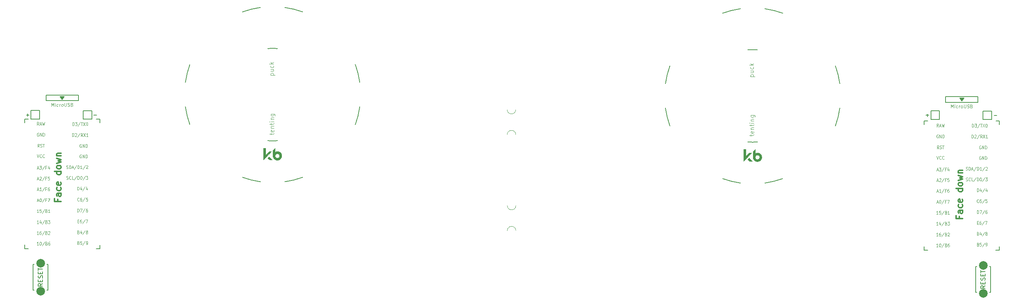
<source format=gbr>
%TF.GenerationSoftware,KiCad,Pcbnew,(6.0.5-0)*%
%TF.CreationDate,2022-06-22T19:02:17-07:00*%
%TF.ProjectId,Swept_3x5,53776570-745f-4337-9835-2e6b69636164,rev?*%
%TF.SameCoordinates,Original*%
%TF.FileFunction,Legend,Top*%
%TF.FilePolarity,Positive*%
%FSLAX46Y46*%
G04 Gerber Fmt 4.6, Leading zero omitted, Abs format (unit mm)*
G04 Created by KiCad (PCBNEW (6.0.5-0)) date 2022-06-22 19:02:17*
%MOMM*%
%LPD*%
G01*
G04 APERTURE LIST*
%ADD10C,0.300000*%
%ADD11C,0.125000*%
%ADD12C,0.120000*%
%ADD13C,0.150000*%
%ADD14C,0.100000*%
%ADD15C,0.200000*%
%ADD16C,0.010000*%
%ADD17C,2.000000*%
G04 APERTURE END LIST*
D10*
X235409857Y-71299857D02*
X235409857Y-71799857D01*
X236195571Y-71799857D02*
X234695571Y-71799857D01*
X234695571Y-71085571D01*
X236195571Y-69871285D02*
X235409857Y-69871285D01*
X235267000Y-69942714D01*
X235195571Y-70085571D01*
X235195571Y-70371285D01*
X235267000Y-70514142D01*
X236124142Y-69871285D02*
X236195571Y-70014142D01*
X236195571Y-70371285D01*
X236124142Y-70514142D01*
X235981285Y-70585571D01*
X235838428Y-70585571D01*
X235695571Y-70514142D01*
X235624142Y-70371285D01*
X235624142Y-70014142D01*
X235552714Y-69871285D01*
X236124142Y-68514142D02*
X236195571Y-68657000D01*
X236195571Y-68942714D01*
X236124142Y-69085571D01*
X236052714Y-69157000D01*
X235909857Y-69228428D01*
X235481285Y-69228428D01*
X235338428Y-69157000D01*
X235267000Y-69085571D01*
X235195571Y-68942714D01*
X235195571Y-68657000D01*
X235267000Y-68514142D01*
X236124142Y-67299857D02*
X236195571Y-67442714D01*
X236195571Y-67728428D01*
X236124142Y-67871285D01*
X235981285Y-67942714D01*
X235409857Y-67942714D01*
X235267000Y-67871285D01*
X235195571Y-67728428D01*
X235195571Y-67442714D01*
X235267000Y-67299857D01*
X235409857Y-67228428D01*
X235552714Y-67228428D01*
X235695571Y-67942714D01*
X236195571Y-64799857D02*
X234695571Y-64799857D01*
X236124142Y-64799857D02*
X236195571Y-64942714D01*
X236195571Y-65228428D01*
X236124142Y-65371285D01*
X236052714Y-65442714D01*
X235909857Y-65514142D01*
X235481285Y-65514142D01*
X235338428Y-65442714D01*
X235267000Y-65371285D01*
X235195571Y-65228428D01*
X235195571Y-64942714D01*
X235267000Y-64799857D01*
X236195571Y-63871285D02*
X236124142Y-64014142D01*
X236052714Y-64085571D01*
X235909857Y-64157000D01*
X235481285Y-64157000D01*
X235338428Y-64085571D01*
X235267000Y-64014142D01*
X235195571Y-63871285D01*
X235195571Y-63657000D01*
X235267000Y-63514142D01*
X235338428Y-63442714D01*
X235481285Y-63371285D01*
X235909857Y-63371285D01*
X236052714Y-63442714D01*
X236124142Y-63514142D01*
X236195571Y-63657000D01*
X236195571Y-63871285D01*
X235195571Y-62871285D02*
X236195571Y-62585571D01*
X235481285Y-62299857D01*
X236195571Y-62014142D01*
X235195571Y-61728428D01*
X235195571Y-61157000D02*
X236195571Y-61157000D01*
X235338428Y-61157000D02*
X235267000Y-61085571D01*
X235195571Y-60942714D01*
X235195571Y-60728428D01*
X235267000Y-60585571D01*
X235409857Y-60514142D01*
X236195571Y-60514142D01*
X25267457Y-67322057D02*
X25267457Y-67822057D01*
X26053171Y-67822057D02*
X24553171Y-67822057D01*
X24553171Y-67107771D01*
X26053171Y-65893485D02*
X25267457Y-65893485D01*
X25124600Y-65964914D01*
X25053171Y-66107771D01*
X25053171Y-66393485D01*
X25124600Y-66536342D01*
X25981742Y-65893485D02*
X26053171Y-66036342D01*
X26053171Y-66393485D01*
X25981742Y-66536342D01*
X25838885Y-66607771D01*
X25696028Y-66607771D01*
X25553171Y-66536342D01*
X25481742Y-66393485D01*
X25481742Y-66036342D01*
X25410314Y-65893485D01*
X25981742Y-64536342D02*
X26053171Y-64679200D01*
X26053171Y-64964914D01*
X25981742Y-65107771D01*
X25910314Y-65179200D01*
X25767457Y-65250628D01*
X25338885Y-65250628D01*
X25196028Y-65179200D01*
X25124600Y-65107771D01*
X25053171Y-64964914D01*
X25053171Y-64679200D01*
X25124600Y-64536342D01*
X25981742Y-63322057D02*
X26053171Y-63464914D01*
X26053171Y-63750628D01*
X25981742Y-63893485D01*
X25838885Y-63964914D01*
X25267457Y-63964914D01*
X25124600Y-63893485D01*
X25053171Y-63750628D01*
X25053171Y-63464914D01*
X25124600Y-63322057D01*
X25267457Y-63250628D01*
X25410314Y-63250628D01*
X25553171Y-63964914D01*
X26053171Y-60822057D02*
X24553171Y-60822057D01*
X25981742Y-60822057D02*
X26053171Y-60964914D01*
X26053171Y-61250628D01*
X25981742Y-61393485D01*
X25910314Y-61464914D01*
X25767457Y-61536342D01*
X25338885Y-61536342D01*
X25196028Y-61464914D01*
X25124600Y-61393485D01*
X25053171Y-61250628D01*
X25053171Y-60964914D01*
X25124600Y-60822057D01*
X26053171Y-59893485D02*
X25981742Y-60036342D01*
X25910314Y-60107771D01*
X25767457Y-60179200D01*
X25338885Y-60179200D01*
X25196028Y-60107771D01*
X25124600Y-60036342D01*
X25053171Y-59893485D01*
X25053171Y-59679200D01*
X25124600Y-59536342D01*
X25196028Y-59464914D01*
X25338885Y-59393485D01*
X25767457Y-59393485D01*
X25910314Y-59464914D01*
X25981742Y-59536342D01*
X26053171Y-59679200D01*
X26053171Y-59893485D01*
X25053171Y-58893485D02*
X26053171Y-58607771D01*
X25338885Y-58322057D01*
X26053171Y-58036342D01*
X25053171Y-57750628D01*
X25053171Y-57179200D02*
X26053171Y-57179200D01*
X25196028Y-57179200D02*
X25124600Y-57107771D01*
X25053171Y-56964914D01*
X25053171Y-56750628D01*
X25124600Y-56607771D01*
X25267457Y-56536342D01*
X26053171Y-56536342D01*
D11*
%TO.C,U1*%
X240439723Y-57297000D02*
X240375914Y-57261285D01*
X240280200Y-57261285D01*
X240184485Y-57297000D01*
X240120676Y-57368428D01*
X240088771Y-57439857D01*
X240056866Y-57582714D01*
X240056866Y-57689857D01*
X240088771Y-57832714D01*
X240120676Y-57904142D01*
X240184485Y-57975571D01*
X240280200Y-58011285D01*
X240344009Y-58011285D01*
X240439723Y-57975571D01*
X240471628Y-57939857D01*
X240471628Y-57689857D01*
X240344009Y-57689857D01*
X240758771Y-58011285D02*
X240758771Y-57261285D01*
X241141628Y-58011285D01*
X241141628Y-57261285D01*
X241460676Y-58011285D02*
X241460676Y-57261285D01*
X241620200Y-57261285D01*
X241715914Y-57297000D01*
X241779723Y-57368428D01*
X241811628Y-57439857D01*
X241843533Y-57582714D01*
X241843533Y-57689857D01*
X241811628Y-57832714D01*
X241779723Y-57904142D01*
X241715914Y-57975571D01*
X241620200Y-58011285D01*
X241460676Y-58011285D01*
X238411390Y-50461285D02*
X238411390Y-49711285D01*
X238570914Y-49711285D01*
X238666628Y-49747000D01*
X238730438Y-49818428D01*
X238762342Y-49889857D01*
X238794247Y-50032714D01*
X238794247Y-50139857D01*
X238762342Y-50282714D01*
X238730438Y-50354142D01*
X238666628Y-50425571D01*
X238570914Y-50461285D01*
X238411390Y-50461285D01*
X239017580Y-49711285D02*
X239432342Y-49711285D01*
X239209009Y-49997000D01*
X239304723Y-49997000D01*
X239368533Y-50032714D01*
X239400438Y-50068428D01*
X239432342Y-50139857D01*
X239432342Y-50318428D01*
X239400438Y-50389857D01*
X239368533Y-50425571D01*
X239304723Y-50461285D01*
X239113295Y-50461285D01*
X239049485Y-50425571D01*
X239017580Y-50389857D01*
X240198057Y-49675571D02*
X239623771Y-50639857D01*
X240325676Y-49711285D02*
X240708533Y-49711285D01*
X240517104Y-50461285D02*
X240517104Y-49711285D01*
X240868057Y-49711285D02*
X241314723Y-50461285D01*
X241314723Y-49711285D02*
X240868057Y-50461285D01*
X241697580Y-49711285D02*
X241761390Y-49711285D01*
X241825200Y-49747000D01*
X241857104Y-49782714D01*
X241889009Y-49854142D01*
X241920914Y-49997000D01*
X241920914Y-50175571D01*
X241889009Y-50318428D01*
X241857104Y-50389857D01*
X241825200Y-50425571D01*
X241761390Y-50461285D01*
X241697580Y-50461285D01*
X241633771Y-50425571D01*
X241601866Y-50389857D01*
X241569961Y-50318428D01*
X241538057Y-50175571D01*
X241538057Y-49997000D01*
X241569961Y-49854142D01*
X241601866Y-49782714D01*
X241633771Y-49747000D01*
X241697580Y-49711285D01*
X239567580Y-72768428D02*
X239790914Y-72768428D01*
X239886628Y-73161285D02*
X239567580Y-73161285D01*
X239567580Y-72411285D01*
X239886628Y-72411285D01*
X240460914Y-72411285D02*
X240333295Y-72411285D01*
X240269485Y-72447000D01*
X240237580Y-72482714D01*
X240173771Y-72589857D01*
X240141866Y-72732714D01*
X240141866Y-73018428D01*
X240173771Y-73089857D01*
X240205676Y-73125571D01*
X240269485Y-73161285D01*
X240397104Y-73161285D01*
X240460914Y-73125571D01*
X240492819Y-73089857D01*
X240524723Y-73018428D01*
X240524723Y-72839857D01*
X240492819Y-72768428D01*
X240460914Y-72732714D01*
X240397104Y-72697000D01*
X240269485Y-72697000D01*
X240205676Y-72732714D01*
X240173771Y-72768428D01*
X240141866Y-72839857D01*
X241290438Y-72375571D02*
X240716152Y-73339857D01*
X241449961Y-72411285D02*
X241896628Y-72411285D01*
X241609485Y-73161285D01*
X238331628Y-53011285D02*
X238331628Y-52261285D01*
X238491152Y-52261285D01*
X238586866Y-52297000D01*
X238650676Y-52368428D01*
X238682580Y-52439857D01*
X238714485Y-52582714D01*
X238714485Y-52689857D01*
X238682580Y-52832714D01*
X238650676Y-52904142D01*
X238586866Y-52975571D01*
X238491152Y-53011285D01*
X238331628Y-53011285D01*
X238969723Y-52332714D02*
X239001628Y-52297000D01*
X239065438Y-52261285D01*
X239224961Y-52261285D01*
X239288771Y-52297000D01*
X239320676Y-52332714D01*
X239352580Y-52404142D01*
X239352580Y-52475571D01*
X239320676Y-52582714D01*
X238937819Y-53011285D01*
X239352580Y-53011285D01*
X240118295Y-52225571D02*
X239544009Y-53189857D01*
X240724485Y-53011285D02*
X240501152Y-52654142D01*
X240341628Y-53011285D02*
X240341628Y-52261285D01*
X240596866Y-52261285D01*
X240660676Y-52297000D01*
X240692580Y-52332714D01*
X240724485Y-52404142D01*
X240724485Y-52511285D01*
X240692580Y-52582714D01*
X240660676Y-52618428D01*
X240596866Y-52654142D01*
X240341628Y-52654142D01*
X240947819Y-52261285D02*
X241394485Y-53011285D01*
X241394485Y-52261285D02*
X240947819Y-53011285D01*
X242000676Y-53011285D02*
X241617819Y-53011285D01*
X241809247Y-53011285D02*
X241809247Y-52261285D01*
X241745438Y-52368428D01*
X241681628Y-52439857D01*
X241617819Y-52475571D01*
X239535676Y-65511285D02*
X239535676Y-64761285D01*
X239695200Y-64761285D01*
X239790914Y-64797000D01*
X239854723Y-64868428D01*
X239886628Y-64939857D01*
X239918533Y-65082714D01*
X239918533Y-65189857D01*
X239886628Y-65332714D01*
X239854723Y-65404142D01*
X239790914Y-65475571D01*
X239695200Y-65511285D01*
X239535676Y-65511285D01*
X240492819Y-65011285D02*
X240492819Y-65511285D01*
X240333295Y-64725571D02*
X240173771Y-65261285D01*
X240588533Y-65261285D01*
X241322342Y-64725571D02*
X240748057Y-65689857D01*
X241832819Y-65011285D02*
X241832819Y-65511285D01*
X241673295Y-64725571D02*
X241513771Y-65261285D01*
X241928533Y-65261285D01*
X236961628Y-60475571D02*
X237057342Y-60511285D01*
X237216866Y-60511285D01*
X237280676Y-60475571D01*
X237312580Y-60439857D01*
X237344485Y-60368428D01*
X237344485Y-60297000D01*
X237312580Y-60225571D01*
X237280676Y-60189857D01*
X237216866Y-60154142D01*
X237089247Y-60118428D01*
X237025438Y-60082714D01*
X236993533Y-60047000D01*
X236961628Y-59975571D01*
X236961628Y-59904142D01*
X236993533Y-59832714D01*
X237025438Y-59797000D01*
X237089247Y-59761285D01*
X237248771Y-59761285D01*
X237344485Y-59797000D01*
X237631628Y-60511285D02*
X237631628Y-59761285D01*
X237791152Y-59761285D01*
X237886866Y-59797000D01*
X237950676Y-59868428D01*
X237982580Y-59939857D01*
X238014485Y-60082714D01*
X238014485Y-60189857D01*
X237982580Y-60332714D01*
X237950676Y-60404142D01*
X237886866Y-60475571D01*
X237791152Y-60511285D01*
X237631628Y-60511285D01*
X238269723Y-60297000D02*
X238588771Y-60297000D01*
X238205914Y-60511285D02*
X238429247Y-59761285D01*
X238652580Y-60511285D01*
X239354485Y-59725571D02*
X238780200Y-60689857D01*
X239577819Y-60511285D02*
X239577819Y-59761285D01*
X239737342Y-59761285D01*
X239833057Y-59797000D01*
X239896866Y-59868428D01*
X239928771Y-59939857D01*
X239960676Y-60082714D01*
X239960676Y-60189857D01*
X239928771Y-60332714D01*
X239896866Y-60404142D01*
X239833057Y-60475571D01*
X239737342Y-60511285D01*
X239577819Y-60511285D01*
X240598771Y-60511285D02*
X240215914Y-60511285D01*
X240407342Y-60511285D02*
X240407342Y-59761285D01*
X240343533Y-59868428D01*
X240279723Y-59939857D01*
X240215914Y-59975571D01*
X241364485Y-59725571D02*
X240790200Y-60689857D01*
X241555914Y-59832714D02*
X241587819Y-59797000D01*
X241651628Y-59761285D01*
X241811152Y-59761285D01*
X241874961Y-59797000D01*
X241906866Y-59832714D01*
X241938771Y-59904142D01*
X241938771Y-59975571D01*
X241906866Y-60082714D01*
X241524009Y-60511285D01*
X241938771Y-60511285D01*
X230164485Y-60447000D02*
X230483533Y-60447000D01*
X230100676Y-60661285D02*
X230324009Y-59911285D01*
X230547342Y-60661285D01*
X230706866Y-59911285D02*
X231121628Y-59911285D01*
X230898295Y-60197000D01*
X230994009Y-60197000D01*
X231057819Y-60232714D01*
X231089723Y-60268428D01*
X231121628Y-60339857D01*
X231121628Y-60518428D01*
X231089723Y-60589857D01*
X231057819Y-60625571D01*
X230994009Y-60661285D01*
X230802580Y-60661285D01*
X230738771Y-60625571D01*
X230706866Y-60589857D01*
X231887342Y-59875571D02*
X231313057Y-60839857D01*
X232334009Y-60268428D02*
X232110676Y-60268428D01*
X232110676Y-60661285D02*
X232110676Y-59911285D01*
X232429723Y-59911285D01*
X232972104Y-60161285D02*
X232972104Y-60661285D01*
X232812580Y-59875571D02*
X232653057Y-60411285D01*
X233067819Y-60411285D01*
X239759009Y-75318428D02*
X239854723Y-75354142D01*
X239886628Y-75389857D01*
X239918533Y-75461285D01*
X239918533Y-75568428D01*
X239886628Y-75639857D01*
X239854723Y-75675571D01*
X239790914Y-75711285D01*
X239535676Y-75711285D01*
X239535676Y-74961285D01*
X239759009Y-74961285D01*
X239822819Y-74997000D01*
X239854723Y-75032714D01*
X239886628Y-75104142D01*
X239886628Y-75175571D01*
X239854723Y-75247000D01*
X239822819Y-75282714D01*
X239759009Y-75318428D01*
X239535676Y-75318428D01*
X240492819Y-75211285D02*
X240492819Y-75711285D01*
X240333295Y-74925571D02*
X240173771Y-75461285D01*
X240588533Y-75461285D01*
X241322342Y-74925571D02*
X240748057Y-75889857D01*
X241641390Y-75282714D02*
X241577580Y-75247000D01*
X241545676Y-75211285D01*
X241513771Y-75139857D01*
X241513771Y-75104142D01*
X241545676Y-75032714D01*
X241577580Y-74997000D01*
X241641390Y-74961285D01*
X241769009Y-74961285D01*
X241832819Y-74997000D01*
X241864723Y-75032714D01*
X241896628Y-75104142D01*
X241896628Y-75139857D01*
X241864723Y-75211285D01*
X241832819Y-75247000D01*
X241769009Y-75282714D01*
X241641390Y-75282714D01*
X241577580Y-75318428D01*
X241545676Y-75354142D01*
X241513771Y-75425571D01*
X241513771Y-75568428D01*
X241545676Y-75639857D01*
X241577580Y-75675571D01*
X241641390Y-75711285D01*
X241769009Y-75711285D01*
X241832819Y-75675571D01*
X241864723Y-75639857D01*
X241896628Y-75568428D01*
X241896628Y-75425571D01*
X241864723Y-75354142D01*
X241832819Y-75318428D01*
X241769009Y-75282714D01*
D12*
X233498771Y-45961285D02*
X233498771Y-45211285D01*
X233748771Y-45747000D01*
X233998771Y-45211285D01*
X233998771Y-45961285D01*
X234355914Y-45961285D02*
X234355914Y-45461285D01*
X234355914Y-45211285D02*
X234320200Y-45247000D01*
X234355914Y-45282714D01*
X234391628Y-45247000D01*
X234355914Y-45211285D01*
X234355914Y-45282714D01*
X235034485Y-45925571D02*
X234963057Y-45961285D01*
X234820200Y-45961285D01*
X234748771Y-45925571D01*
X234713057Y-45889857D01*
X234677342Y-45818428D01*
X234677342Y-45604142D01*
X234713057Y-45532714D01*
X234748771Y-45497000D01*
X234820200Y-45461285D01*
X234963057Y-45461285D01*
X235034485Y-45497000D01*
X235355914Y-45961285D02*
X235355914Y-45461285D01*
X235355914Y-45604142D02*
X235391628Y-45532714D01*
X235427342Y-45497000D01*
X235498771Y-45461285D01*
X235570200Y-45461285D01*
X235927342Y-45961285D02*
X235855914Y-45925571D01*
X235820200Y-45889857D01*
X235784485Y-45818428D01*
X235784485Y-45604142D01*
X235820200Y-45532714D01*
X235855914Y-45497000D01*
X235927342Y-45461285D01*
X236034485Y-45461285D01*
X236105914Y-45497000D01*
X236141628Y-45532714D01*
X236177342Y-45604142D01*
X236177342Y-45818428D01*
X236141628Y-45889857D01*
X236105914Y-45925571D01*
X236034485Y-45961285D01*
X235927342Y-45961285D01*
X236498771Y-45211285D02*
X236498771Y-45818428D01*
X236534485Y-45889857D01*
X236570200Y-45925571D01*
X236641628Y-45961285D01*
X236784485Y-45961285D01*
X236855914Y-45925571D01*
X236891628Y-45889857D01*
X236927342Y-45818428D01*
X236927342Y-45211285D01*
X237248771Y-45925571D02*
X237355914Y-45961285D01*
X237534485Y-45961285D01*
X237605914Y-45925571D01*
X237641628Y-45889857D01*
X237677342Y-45818428D01*
X237677342Y-45747000D01*
X237641628Y-45675571D01*
X237605914Y-45639857D01*
X237534485Y-45604142D01*
X237391628Y-45568428D01*
X237320200Y-45532714D01*
X237284485Y-45497000D01*
X237248771Y-45425571D01*
X237248771Y-45354142D01*
X237284485Y-45282714D01*
X237320200Y-45247000D01*
X237391628Y-45211285D01*
X237570200Y-45211285D01*
X237677342Y-45247000D01*
X238248771Y-45568428D02*
X238355914Y-45604142D01*
X238391628Y-45639857D01*
X238427342Y-45711285D01*
X238427342Y-45818428D01*
X238391628Y-45889857D01*
X238355914Y-45925571D01*
X238284485Y-45961285D01*
X237998771Y-45961285D01*
X237998771Y-45211285D01*
X238248771Y-45211285D01*
X238320200Y-45247000D01*
X238355914Y-45282714D01*
X238391628Y-45354142D01*
X238391628Y-45425571D01*
X238355914Y-45497000D01*
X238320200Y-45532714D01*
X238248771Y-45568428D01*
X237998771Y-45568428D01*
X233498771Y-45961285D02*
X233498771Y-45211285D01*
X233748771Y-45747000D01*
X233998771Y-45211285D01*
X233998771Y-45961285D01*
X234355914Y-45961285D02*
X234355914Y-45461285D01*
X234355914Y-45211285D02*
X234320200Y-45247000D01*
X234355914Y-45282714D01*
X234391628Y-45247000D01*
X234355914Y-45211285D01*
X234355914Y-45282714D01*
X235034485Y-45925571D02*
X234963057Y-45961285D01*
X234820200Y-45961285D01*
X234748771Y-45925571D01*
X234713057Y-45889857D01*
X234677342Y-45818428D01*
X234677342Y-45604142D01*
X234713057Y-45532714D01*
X234748771Y-45497000D01*
X234820200Y-45461285D01*
X234963057Y-45461285D01*
X235034485Y-45497000D01*
X235355914Y-45961285D02*
X235355914Y-45461285D01*
X235355914Y-45604142D02*
X235391628Y-45532714D01*
X235427342Y-45497000D01*
X235498771Y-45461285D01*
X235570200Y-45461285D01*
X235927342Y-45961285D02*
X235855914Y-45925571D01*
X235820200Y-45889857D01*
X235784485Y-45818428D01*
X235784485Y-45604142D01*
X235820200Y-45532714D01*
X235855914Y-45497000D01*
X235927342Y-45461285D01*
X236034485Y-45461285D01*
X236105914Y-45497000D01*
X236141628Y-45532714D01*
X236177342Y-45604142D01*
X236177342Y-45818428D01*
X236141628Y-45889857D01*
X236105914Y-45925571D01*
X236034485Y-45961285D01*
X235927342Y-45961285D01*
X236498771Y-45211285D02*
X236498771Y-45818428D01*
X236534485Y-45889857D01*
X236570200Y-45925571D01*
X236641628Y-45961285D01*
X236784485Y-45961285D01*
X236855914Y-45925571D01*
X236891628Y-45889857D01*
X236927342Y-45818428D01*
X236927342Y-45211285D01*
X237248771Y-45925571D02*
X237355914Y-45961285D01*
X237534485Y-45961285D01*
X237605914Y-45925571D01*
X237641628Y-45889857D01*
X237677342Y-45818428D01*
X237677342Y-45747000D01*
X237641628Y-45675571D01*
X237605914Y-45639857D01*
X237534485Y-45604142D01*
X237391628Y-45568428D01*
X237320200Y-45532714D01*
X237284485Y-45497000D01*
X237248771Y-45425571D01*
X237248771Y-45354142D01*
X237284485Y-45282714D01*
X237320200Y-45247000D01*
X237391628Y-45211285D01*
X237570200Y-45211285D01*
X237677342Y-45247000D01*
X238248771Y-45568428D02*
X238355914Y-45604142D01*
X238391628Y-45639857D01*
X238427342Y-45711285D01*
X238427342Y-45818428D01*
X238391628Y-45889857D01*
X238355914Y-45925571D01*
X238284485Y-45961285D01*
X237998771Y-45961285D01*
X237998771Y-45211285D01*
X238248771Y-45211285D01*
X238320200Y-45247000D01*
X238355914Y-45282714D01*
X238391628Y-45354142D01*
X238391628Y-45425571D01*
X238355914Y-45497000D01*
X238320200Y-45532714D01*
X238248771Y-45568428D01*
X237998771Y-45568428D01*
D11*
X230164485Y-65447000D02*
X230483533Y-65447000D01*
X230100676Y-65661285D02*
X230324009Y-64911285D01*
X230547342Y-65661285D01*
X231121628Y-65661285D02*
X230738771Y-65661285D01*
X230930200Y-65661285D02*
X230930200Y-64911285D01*
X230866390Y-65018428D01*
X230802580Y-65089857D01*
X230738771Y-65125571D01*
X231887342Y-64875571D02*
X231313057Y-65839857D01*
X232334009Y-65268428D02*
X232110676Y-65268428D01*
X232110676Y-65661285D02*
X232110676Y-64911285D01*
X232429723Y-64911285D01*
X232972104Y-64911285D02*
X232844485Y-64911285D01*
X232780676Y-64947000D01*
X232748771Y-64982714D01*
X232684961Y-65089857D01*
X232653057Y-65232714D01*
X232653057Y-65518428D01*
X232684961Y-65589857D01*
X232716866Y-65625571D01*
X232780676Y-65661285D01*
X232908295Y-65661285D01*
X232972104Y-65625571D01*
X233004009Y-65589857D01*
X233035914Y-65518428D01*
X233035914Y-65339857D01*
X233004009Y-65268428D01*
X232972104Y-65232714D01*
X232908295Y-65197000D01*
X232780676Y-65197000D01*
X232716866Y-65232714D01*
X232684961Y-65268428D01*
X232653057Y-65339857D01*
X230467580Y-70761285D02*
X230084723Y-70761285D01*
X230276152Y-70761285D02*
X230276152Y-70011285D01*
X230212342Y-70118428D01*
X230148533Y-70189857D01*
X230084723Y-70225571D01*
X231073771Y-70011285D02*
X230754723Y-70011285D01*
X230722819Y-70368428D01*
X230754723Y-70332714D01*
X230818533Y-70297000D01*
X230978057Y-70297000D01*
X231041866Y-70332714D01*
X231073771Y-70368428D01*
X231105676Y-70439857D01*
X231105676Y-70618428D01*
X231073771Y-70689857D01*
X231041866Y-70725571D01*
X230978057Y-70761285D01*
X230818533Y-70761285D01*
X230754723Y-70725571D01*
X230722819Y-70689857D01*
X231871390Y-69975571D02*
X231297104Y-70939857D01*
X232318057Y-70368428D02*
X232413771Y-70404142D01*
X232445676Y-70439857D01*
X232477580Y-70511285D01*
X232477580Y-70618428D01*
X232445676Y-70689857D01*
X232413771Y-70725571D01*
X232349961Y-70761285D01*
X232094723Y-70761285D01*
X232094723Y-70011285D01*
X232318057Y-70011285D01*
X232381866Y-70047000D01*
X232413771Y-70082714D01*
X232445676Y-70154142D01*
X232445676Y-70225571D01*
X232413771Y-70297000D01*
X232381866Y-70332714D01*
X232318057Y-70368428D01*
X232094723Y-70368428D01*
X233115676Y-70761285D02*
X232732819Y-70761285D01*
X232924247Y-70761285D02*
X232924247Y-70011285D01*
X232860438Y-70118428D01*
X232796628Y-70189857D01*
X232732819Y-70225571D01*
X240439723Y-54847000D02*
X240375914Y-54811285D01*
X240280200Y-54811285D01*
X240184485Y-54847000D01*
X240120676Y-54918428D01*
X240088771Y-54989857D01*
X240056866Y-55132714D01*
X240056866Y-55239857D01*
X240088771Y-55382714D01*
X240120676Y-55454142D01*
X240184485Y-55525571D01*
X240280200Y-55561285D01*
X240344009Y-55561285D01*
X240439723Y-55525571D01*
X240471628Y-55489857D01*
X240471628Y-55239857D01*
X240344009Y-55239857D01*
X240758771Y-55561285D02*
X240758771Y-54811285D01*
X241141628Y-55561285D01*
X241141628Y-54811285D01*
X241460676Y-55561285D02*
X241460676Y-54811285D01*
X241620200Y-54811285D01*
X241715914Y-54847000D01*
X241779723Y-54918428D01*
X241811628Y-54989857D01*
X241843533Y-55132714D01*
X241843533Y-55239857D01*
X241811628Y-55382714D01*
X241779723Y-55454142D01*
X241715914Y-55525571D01*
X241620200Y-55561285D01*
X241460676Y-55561285D01*
X239535676Y-70611285D02*
X239535676Y-69861285D01*
X239695200Y-69861285D01*
X239790914Y-69897000D01*
X239854723Y-69968428D01*
X239886628Y-70039857D01*
X239918533Y-70182714D01*
X239918533Y-70289857D01*
X239886628Y-70432714D01*
X239854723Y-70504142D01*
X239790914Y-70575571D01*
X239695200Y-70611285D01*
X239535676Y-70611285D01*
X240141866Y-69861285D02*
X240588533Y-69861285D01*
X240301390Y-70611285D01*
X241322342Y-69825571D02*
X240748057Y-70789857D01*
X241832819Y-69861285D02*
X241705200Y-69861285D01*
X241641390Y-69897000D01*
X241609485Y-69932714D01*
X241545676Y-70039857D01*
X241513771Y-70182714D01*
X241513771Y-70468428D01*
X241545676Y-70539857D01*
X241577580Y-70575571D01*
X241641390Y-70611285D01*
X241769009Y-70611285D01*
X241832819Y-70575571D01*
X241864723Y-70539857D01*
X241896628Y-70468428D01*
X241896628Y-70289857D01*
X241864723Y-70218428D01*
X241832819Y-70182714D01*
X241769009Y-70147000D01*
X241641390Y-70147000D01*
X241577580Y-70182714D01*
X241545676Y-70218428D01*
X241513771Y-70289857D01*
X230467580Y-75861285D02*
X230084723Y-75861285D01*
X230276152Y-75861285D02*
X230276152Y-75111285D01*
X230212342Y-75218428D01*
X230148533Y-75289857D01*
X230084723Y-75325571D01*
X231041866Y-75111285D02*
X230914247Y-75111285D01*
X230850438Y-75147000D01*
X230818533Y-75182714D01*
X230754723Y-75289857D01*
X230722819Y-75432714D01*
X230722819Y-75718428D01*
X230754723Y-75789857D01*
X230786628Y-75825571D01*
X230850438Y-75861285D01*
X230978057Y-75861285D01*
X231041866Y-75825571D01*
X231073771Y-75789857D01*
X231105676Y-75718428D01*
X231105676Y-75539857D01*
X231073771Y-75468428D01*
X231041866Y-75432714D01*
X230978057Y-75397000D01*
X230850438Y-75397000D01*
X230786628Y-75432714D01*
X230754723Y-75468428D01*
X230722819Y-75539857D01*
X231871390Y-75075571D02*
X231297104Y-76039857D01*
X232318057Y-75468428D02*
X232413771Y-75504142D01*
X232445676Y-75539857D01*
X232477580Y-75611285D01*
X232477580Y-75718428D01*
X232445676Y-75789857D01*
X232413771Y-75825571D01*
X232349961Y-75861285D01*
X232094723Y-75861285D01*
X232094723Y-75111285D01*
X232318057Y-75111285D01*
X232381866Y-75147000D01*
X232413771Y-75182714D01*
X232445676Y-75254142D01*
X232445676Y-75325571D01*
X232413771Y-75397000D01*
X232381866Y-75432714D01*
X232318057Y-75468428D01*
X232094723Y-75468428D01*
X232732819Y-75182714D02*
X232764723Y-75147000D01*
X232828533Y-75111285D01*
X232988057Y-75111285D01*
X233051866Y-75147000D01*
X233083771Y-75182714D01*
X233115676Y-75254142D01*
X233115676Y-75325571D01*
X233083771Y-75432714D01*
X232700914Y-75861285D01*
X233115676Y-75861285D01*
X239918533Y-67989857D02*
X239886628Y-68025571D01*
X239790914Y-68061285D01*
X239727104Y-68061285D01*
X239631390Y-68025571D01*
X239567580Y-67954142D01*
X239535676Y-67882714D01*
X239503771Y-67739857D01*
X239503771Y-67632714D01*
X239535676Y-67489857D01*
X239567580Y-67418428D01*
X239631390Y-67347000D01*
X239727104Y-67311285D01*
X239790914Y-67311285D01*
X239886628Y-67347000D01*
X239918533Y-67382714D01*
X240492819Y-67311285D02*
X240365200Y-67311285D01*
X240301390Y-67347000D01*
X240269485Y-67382714D01*
X240205676Y-67489857D01*
X240173771Y-67632714D01*
X240173771Y-67918428D01*
X240205676Y-67989857D01*
X240237580Y-68025571D01*
X240301390Y-68061285D01*
X240429009Y-68061285D01*
X240492819Y-68025571D01*
X240524723Y-67989857D01*
X240556628Y-67918428D01*
X240556628Y-67739857D01*
X240524723Y-67668428D01*
X240492819Y-67632714D01*
X240429009Y-67597000D01*
X240301390Y-67597000D01*
X240237580Y-67632714D01*
X240205676Y-67668428D01*
X240173771Y-67739857D01*
X241322342Y-67275571D02*
X240748057Y-68239857D01*
X241864723Y-67311285D02*
X241545676Y-67311285D01*
X241513771Y-67668428D01*
X241545676Y-67632714D01*
X241609485Y-67597000D01*
X241769009Y-67597000D01*
X241832819Y-67632714D01*
X241864723Y-67668428D01*
X241896628Y-67739857D01*
X241896628Y-67918428D01*
X241864723Y-67989857D01*
X241832819Y-68025571D01*
X241769009Y-68061285D01*
X241609485Y-68061285D01*
X241545676Y-68025571D01*
X241513771Y-67989857D01*
X230633295Y-55511285D02*
X230409961Y-55154142D01*
X230250438Y-55511285D02*
X230250438Y-54761285D01*
X230505676Y-54761285D01*
X230569485Y-54797000D01*
X230601390Y-54832714D01*
X230633295Y-54904142D01*
X230633295Y-55011285D01*
X230601390Y-55082714D01*
X230569485Y-55118428D01*
X230505676Y-55154142D01*
X230250438Y-55154142D01*
X230888533Y-55475571D02*
X230984247Y-55511285D01*
X231143771Y-55511285D01*
X231207580Y-55475571D01*
X231239485Y-55439857D01*
X231271390Y-55368428D01*
X231271390Y-55297000D01*
X231239485Y-55225571D01*
X231207580Y-55189857D01*
X231143771Y-55154142D01*
X231016152Y-55118428D01*
X230952342Y-55082714D01*
X230920438Y-55047000D01*
X230888533Y-54975571D01*
X230888533Y-54904142D01*
X230920438Y-54832714D01*
X230952342Y-54797000D01*
X231016152Y-54761285D01*
X231175676Y-54761285D01*
X231271390Y-54797000D01*
X231462819Y-54761285D02*
X231845676Y-54761285D01*
X231654247Y-55511285D02*
X231654247Y-54761285D01*
X230106866Y-57211285D02*
X230330200Y-57961285D01*
X230553533Y-57211285D01*
X231159723Y-57889857D02*
X231127819Y-57925571D01*
X231032104Y-57961285D01*
X230968295Y-57961285D01*
X230872580Y-57925571D01*
X230808771Y-57854142D01*
X230776866Y-57782714D01*
X230744961Y-57639857D01*
X230744961Y-57532714D01*
X230776866Y-57389857D01*
X230808771Y-57318428D01*
X230872580Y-57247000D01*
X230968295Y-57211285D01*
X231032104Y-57211285D01*
X231127819Y-57247000D01*
X231159723Y-57282714D01*
X231829723Y-57889857D02*
X231797819Y-57925571D01*
X231702104Y-57961285D01*
X231638295Y-57961285D01*
X231542580Y-57925571D01*
X231478771Y-57854142D01*
X231446866Y-57782714D01*
X231414961Y-57639857D01*
X231414961Y-57532714D01*
X231446866Y-57389857D01*
X231478771Y-57318428D01*
X231542580Y-57247000D01*
X231638295Y-57211285D01*
X231702104Y-57211285D01*
X231797819Y-57247000D01*
X231829723Y-57282714D01*
X230164485Y-62947000D02*
X230483533Y-62947000D01*
X230100676Y-63161285D02*
X230324009Y-62411285D01*
X230547342Y-63161285D01*
X230738771Y-62482714D02*
X230770676Y-62447000D01*
X230834485Y-62411285D01*
X230994009Y-62411285D01*
X231057819Y-62447000D01*
X231089723Y-62482714D01*
X231121628Y-62554142D01*
X231121628Y-62625571D01*
X231089723Y-62732714D01*
X230706866Y-63161285D01*
X231121628Y-63161285D01*
X231887342Y-62375571D02*
X231313057Y-63339857D01*
X232334009Y-62768428D02*
X232110676Y-62768428D01*
X232110676Y-63161285D02*
X232110676Y-62411285D01*
X232429723Y-62411285D01*
X233004009Y-62411285D02*
X232684961Y-62411285D01*
X232653057Y-62768428D01*
X232684961Y-62732714D01*
X232748771Y-62697000D01*
X232908295Y-62697000D01*
X232972104Y-62732714D01*
X233004009Y-62768428D01*
X233035914Y-62839857D01*
X233035914Y-63018428D01*
X233004009Y-63089857D01*
X232972104Y-63125571D01*
X232908295Y-63161285D01*
X232748771Y-63161285D01*
X232684961Y-63125571D01*
X232653057Y-63089857D01*
X230537580Y-50411285D02*
X230314247Y-50054142D01*
X230154723Y-50411285D02*
X230154723Y-49661285D01*
X230409961Y-49661285D01*
X230473771Y-49697000D01*
X230505676Y-49732714D01*
X230537580Y-49804142D01*
X230537580Y-49911285D01*
X230505676Y-49982714D01*
X230473771Y-50018428D01*
X230409961Y-50054142D01*
X230154723Y-50054142D01*
X230792819Y-50197000D02*
X231111866Y-50197000D01*
X230729009Y-50411285D02*
X230952342Y-49661285D01*
X231175676Y-50411285D01*
X231335200Y-49661285D02*
X231494723Y-50411285D01*
X231622342Y-49875571D01*
X231749961Y-50411285D01*
X231909485Y-49661285D01*
X230467580Y-78361285D02*
X230084723Y-78361285D01*
X230276152Y-78361285D02*
X230276152Y-77611285D01*
X230212342Y-77718428D01*
X230148533Y-77789857D01*
X230084723Y-77825571D01*
X230882342Y-77611285D02*
X230946152Y-77611285D01*
X231009961Y-77647000D01*
X231041866Y-77682714D01*
X231073771Y-77754142D01*
X231105676Y-77897000D01*
X231105676Y-78075571D01*
X231073771Y-78218428D01*
X231041866Y-78289857D01*
X231009961Y-78325571D01*
X230946152Y-78361285D01*
X230882342Y-78361285D01*
X230818533Y-78325571D01*
X230786628Y-78289857D01*
X230754723Y-78218428D01*
X230722819Y-78075571D01*
X230722819Y-77897000D01*
X230754723Y-77754142D01*
X230786628Y-77682714D01*
X230818533Y-77647000D01*
X230882342Y-77611285D01*
X231871390Y-77575571D02*
X231297104Y-78539857D01*
X232318057Y-77968428D02*
X232413771Y-78004142D01*
X232445676Y-78039857D01*
X232477580Y-78111285D01*
X232477580Y-78218428D01*
X232445676Y-78289857D01*
X232413771Y-78325571D01*
X232349961Y-78361285D01*
X232094723Y-78361285D01*
X232094723Y-77611285D01*
X232318057Y-77611285D01*
X232381866Y-77647000D01*
X232413771Y-77682714D01*
X232445676Y-77754142D01*
X232445676Y-77825571D01*
X232413771Y-77897000D01*
X232381866Y-77932714D01*
X232318057Y-77968428D01*
X232094723Y-77968428D01*
X233051866Y-77611285D02*
X232924247Y-77611285D01*
X232860438Y-77647000D01*
X232828533Y-77682714D01*
X232764723Y-77789857D01*
X232732819Y-77932714D01*
X232732819Y-78218428D01*
X232764723Y-78289857D01*
X232796628Y-78325571D01*
X232860438Y-78361285D01*
X232988057Y-78361285D01*
X233051866Y-78325571D01*
X233083771Y-78289857D01*
X233115676Y-78218428D01*
X233115676Y-78039857D01*
X233083771Y-77968428D01*
X233051866Y-77932714D01*
X232988057Y-77897000D01*
X232860438Y-77897000D01*
X232796628Y-77932714D01*
X232764723Y-77968428D01*
X232732819Y-78039857D01*
X230164485Y-67997000D02*
X230483533Y-67997000D01*
X230100676Y-68211285D02*
X230324009Y-67461285D01*
X230547342Y-68211285D01*
X230898295Y-67461285D02*
X230962104Y-67461285D01*
X231025914Y-67497000D01*
X231057819Y-67532714D01*
X231089723Y-67604142D01*
X231121628Y-67747000D01*
X231121628Y-67925571D01*
X231089723Y-68068428D01*
X231057819Y-68139857D01*
X231025914Y-68175571D01*
X230962104Y-68211285D01*
X230898295Y-68211285D01*
X230834485Y-68175571D01*
X230802580Y-68139857D01*
X230770676Y-68068428D01*
X230738771Y-67925571D01*
X230738771Y-67747000D01*
X230770676Y-67604142D01*
X230802580Y-67532714D01*
X230834485Y-67497000D01*
X230898295Y-67461285D01*
X231887342Y-67425571D02*
X231313057Y-68389857D01*
X232334009Y-67818428D02*
X232110676Y-67818428D01*
X232110676Y-68211285D02*
X232110676Y-67461285D01*
X232429723Y-67461285D01*
X232621152Y-67461285D02*
X233067819Y-67461285D01*
X232780676Y-68211285D01*
X236977580Y-62975571D02*
X237073295Y-63011285D01*
X237232819Y-63011285D01*
X237296628Y-62975571D01*
X237328533Y-62939857D01*
X237360438Y-62868428D01*
X237360438Y-62797000D01*
X237328533Y-62725571D01*
X237296628Y-62689857D01*
X237232819Y-62654142D01*
X237105200Y-62618428D01*
X237041390Y-62582714D01*
X237009485Y-62547000D01*
X236977580Y-62475571D01*
X236977580Y-62404142D01*
X237009485Y-62332714D01*
X237041390Y-62297000D01*
X237105200Y-62261285D01*
X237264723Y-62261285D01*
X237360438Y-62297000D01*
X238030438Y-62939857D02*
X237998533Y-62975571D01*
X237902819Y-63011285D01*
X237839009Y-63011285D01*
X237743295Y-62975571D01*
X237679485Y-62904142D01*
X237647580Y-62832714D01*
X237615676Y-62689857D01*
X237615676Y-62582714D01*
X237647580Y-62439857D01*
X237679485Y-62368428D01*
X237743295Y-62297000D01*
X237839009Y-62261285D01*
X237902819Y-62261285D01*
X237998533Y-62297000D01*
X238030438Y-62332714D01*
X238636628Y-63011285D02*
X238317580Y-63011285D01*
X238317580Y-62261285D01*
X239338533Y-62225571D02*
X238764247Y-63189857D01*
X239561866Y-63011285D02*
X239561866Y-62261285D01*
X239721390Y-62261285D01*
X239817104Y-62297000D01*
X239880914Y-62368428D01*
X239912819Y-62439857D01*
X239944723Y-62582714D01*
X239944723Y-62689857D01*
X239912819Y-62832714D01*
X239880914Y-62904142D01*
X239817104Y-62975571D01*
X239721390Y-63011285D01*
X239561866Y-63011285D01*
X240359485Y-62261285D02*
X240423295Y-62261285D01*
X240487104Y-62297000D01*
X240519009Y-62332714D01*
X240550914Y-62404142D01*
X240582819Y-62547000D01*
X240582819Y-62725571D01*
X240550914Y-62868428D01*
X240519009Y-62939857D01*
X240487104Y-62975571D01*
X240423295Y-63011285D01*
X240359485Y-63011285D01*
X240295676Y-62975571D01*
X240263771Y-62939857D01*
X240231866Y-62868428D01*
X240199961Y-62725571D01*
X240199961Y-62547000D01*
X240231866Y-62404142D01*
X240263771Y-62332714D01*
X240295676Y-62297000D01*
X240359485Y-62261285D01*
X241348533Y-62225571D02*
X240774247Y-63189857D01*
X241508057Y-62261285D02*
X241922819Y-62261285D01*
X241699485Y-62547000D01*
X241795200Y-62547000D01*
X241859009Y-62582714D01*
X241890914Y-62618428D01*
X241922819Y-62689857D01*
X241922819Y-62868428D01*
X241890914Y-62939857D01*
X241859009Y-62975571D01*
X241795200Y-63011285D01*
X241603771Y-63011285D01*
X241539961Y-62975571D01*
X241508057Y-62939857D01*
X239759009Y-77818428D02*
X239854723Y-77854142D01*
X239886628Y-77889857D01*
X239918533Y-77961285D01*
X239918533Y-78068428D01*
X239886628Y-78139857D01*
X239854723Y-78175571D01*
X239790914Y-78211285D01*
X239535676Y-78211285D01*
X239535676Y-77461285D01*
X239759009Y-77461285D01*
X239822819Y-77497000D01*
X239854723Y-77532714D01*
X239886628Y-77604142D01*
X239886628Y-77675571D01*
X239854723Y-77747000D01*
X239822819Y-77782714D01*
X239759009Y-77818428D01*
X239535676Y-77818428D01*
X240524723Y-77461285D02*
X240205676Y-77461285D01*
X240173771Y-77818428D01*
X240205676Y-77782714D01*
X240269485Y-77747000D01*
X240429009Y-77747000D01*
X240492819Y-77782714D01*
X240524723Y-77818428D01*
X240556628Y-77889857D01*
X240556628Y-78068428D01*
X240524723Y-78139857D01*
X240492819Y-78175571D01*
X240429009Y-78211285D01*
X240269485Y-78211285D01*
X240205676Y-78175571D01*
X240173771Y-78139857D01*
X241322342Y-77425571D02*
X240748057Y-78389857D01*
X241577580Y-78211285D02*
X241705200Y-78211285D01*
X241769009Y-78175571D01*
X241800914Y-78139857D01*
X241864723Y-78032714D01*
X241896628Y-77889857D01*
X241896628Y-77604142D01*
X241864723Y-77532714D01*
X241832819Y-77497000D01*
X241769009Y-77461285D01*
X241641390Y-77461285D01*
X241577580Y-77497000D01*
X241545676Y-77532714D01*
X241513771Y-77604142D01*
X241513771Y-77782714D01*
X241545676Y-77854142D01*
X241577580Y-77889857D01*
X241641390Y-77925571D01*
X241769009Y-77925571D01*
X241832819Y-77889857D01*
X241864723Y-77854142D01*
X241896628Y-77782714D01*
X230467580Y-73311285D02*
X230084723Y-73311285D01*
X230276152Y-73311285D02*
X230276152Y-72561285D01*
X230212342Y-72668428D01*
X230148533Y-72739857D01*
X230084723Y-72775571D01*
X231041866Y-72811285D02*
X231041866Y-73311285D01*
X230882342Y-72525571D02*
X230722819Y-73061285D01*
X231137580Y-73061285D01*
X231871390Y-72525571D02*
X231297104Y-73489857D01*
X232318057Y-72918428D02*
X232413771Y-72954142D01*
X232445676Y-72989857D01*
X232477580Y-73061285D01*
X232477580Y-73168428D01*
X232445676Y-73239857D01*
X232413771Y-73275571D01*
X232349961Y-73311285D01*
X232094723Y-73311285D01*
X232094723Y-72561285D01*
X232318057Y-72561285D01*
X232381866Y-72597000D01*
X232413771Y-72632714D01*
X232445676Y-72704142D01*
X232445676Y-72775571D01*
X232413771Y-72847000D01*
X232381866Y-72882714D01*
X232318057Y-72918428D01*
X232094723Y-72918428D01*
X232700914Y-72561285D02*
X233115676Y-72561285D01*
X232892342Y-72847000D01*
X232988057Y-72847000D01*
X233051866Y-72882714D01*
X233083771Y-72918428D01*
X233115676Y-72989857D01*
X233115676Y-73168428D01*
X233083771Y-73239857D01*
X233051866Y-73275571D01*
X232988057Y-73311285D01*
X232796628Y-73311285D01*
X232732819Y-73275571D01*
X232700914Y-73239857D01*
X230489723Y-52247000D02*
X230425914Y-52211285D01*
X230330200Y-52211285D01*
X230234485Y-52247000D01*
X230170676Y-52318428D01*
X230138771Y-52389857D01*
X230106866Y-52532714D01*
X230106866Y-52639857D01*
X230138771Y-52782714D01*
X230170676Y-52854142D01*
X230234485Y-52925571D01*
X230330200Y-52961285D01*
X230394009Y-52961285D01*
X230489723Y-52925571D01*
X230521628Y-52889857D01*
X230521628Y-52639857D01*
X230394009Y-52639857D01*
X230808771Y-52961285D02*
X230808771Y-52211285D01*
X231191628Y-52961285D01*
X231191628Y-52211285D01*
X231510676Y-52961285D02*
X231510676Y-52211285D01*
X231670200Y-52211285D01*
X231765914Y-52247000D01*
X231829723Y-52318428D01*
X231861628Y-52389857D01*
X231893533Y-52532714D01*
X231893533Y-52639857D01*
X231861628Y-52782714D01*
X231829723Y-52854142D01*
X231765914Y-52925571D01*
X231670200Y-52961285D01*
X231510676Y-52961285D01*
D13*
%TO.C,RSW1*%
X241430380Y-87446780D02*
X240954190Y-87780114D01*
X241430380Y-88018209D02*
X240430380Y-88018209D01*
X240430380Y-87637257D01*
X240478000Y-87542019D01*
X240525619Y-87494400D01*
X240620857Y-87446780D01*
X240763714Y-87446780D01*
X240858952Y-87494400D01*
X240906571Y-87542019D01*
X240954190Y-87637257D01*
X240954190Y-88018209D01*
X240906571Y-87018209D02*
X240906571Y-86684876D01*
X241430380Y-86542019D02*
X241430380Y-87018209D01*
X240430380Y-87018209D01*
X240430380Y-86542019D01*
X241382761Y-86161066D02*
X241430380Y-86018209D01*
X241430380Y-85780114D01*
X241382761Y-85684876D01*
X241335142Y-85637257D01*
X241239904Y-85589638D01*
X241144666Y-85589638D01*
X241049428Y-85637257D01*
X241001809Y-85684876D01*
X240954190Y-85780114D01*
X240906571Y-85970590D01*
X240858952Y-86065828D01*
X240811333Y-86113447D01*
X240716095Y-86161066D01*
X240620857Y-86161066D01*
X240525619Y-86113447D01*
X240478000Y-86065828D01*
X240430380Y-85970590D01*
X240430380Y-85732495D01*
X240478000Y-85589638D01*
X240906571Y-85161066D02*
X240906571Y-84827733D01*
X241430380Y-84684876D02*
X241430380Y-85161066D01*
X240430380Y-85161066D01*
X240430380Y-84684876D01*
X240430380Y-84399161D02*
X240430380Y-83827733D01*
X241430380Y-84113447D02*
X240430380Y-84113447D01*
D14*
%TO.C,REF\u002A\u002A*%
X186780514Y-38647500D02*
X187780514Y-38647500D01*
X186828133Y-38647500D02*
X186780514Y-38552261D01*
X186780514Y-38361785D01*
X186828133Y-38266547D01*
X186875752Y-38218928D01*
X186970990Y-38171309D01*
X187256704Y-38171309D01*
X187351942Y-38218928D01*
X187399561Y-38266547D01*
X187447180Y-38361785D01*
X187447180Y-38552261D01*
X187399561Y-38647500D01*
X186780514Y-37314166D02*
X187447180Y-37314166D01*
X186780514Y-37742738D02*
X187304323Y-37742738D01*
X187399561Y-37695119D01*
X187447180Y-37599880D01*
X187447180Y-37457023D01*
X187399561Y-37361785D01*
X187351942Y-37314166D01*
X187399561Y-36409404D02*
X187447180Y-36504642D01*
X187447180Y-36695119D01*
X187399561Y-36790357D01*
X187351942Y-36837976D01*
X187256704Y-36885595D01*
X186970990Y-36885595D01*
X186875752Y-36837976D01*
X186828133Y-36790357D01*
X186780514Y-36695119D01*
X186780514Y-36504642D01*
X186828133Y-36409404D01*
X187447180Y-35980833D02*
X186447180Y-35980833D01*
X187066228Y-35885595D02*
X187447180Y-35599880D01*
X186780514Y-35599880D02*
X187161466Y-35980833D01*
X186844014Y-52538000D02*
X186844014Y-52157047D01*
X186510680Y-52395142D02*
X187367823Y-52395142D01*
X187463061Y-52347523D01*
X187510680Y-52252285D01*
X187510680Y-52157047D01*
X187463061Y-51442761D02*
X187510680Y-51538000D01*
X187510680Y-51728476D01*
X187463061Y-51823714D01*
X187367823Y-51871333D01*
X186986871Y-51871333D01*
X186891633Y-51823714D01*
X186844014Y-51728476D01*
X186844014Y-51538000D01*
X186891633Y-51442761D01*
X186986871Y-51395142D01*
X187082109Y-51395142D01*
X187177347Y-51871333D01*
X186844014Y-50966571D02*
X187510680Y-50966571D01*
X186939252Y-50966571D02*
X186891633Y-50918952D01*
X186844014Y-50823714D01*
X186844014Y-50680857D01*
X186891633Y-50585619D01*
X186986871Y-50538000D01*
X187510680Y-50538000D01*
X186844014Y-50204666D02*
X186844014Y-49823714D01*
X186510680Y-50061809D02*
X187367823Y-50061809D01*
X187463061Y-50014190D01*
X187510680Y-49918952D01*
X187510680Y-49823714D01*
X187510680Y-49490380D02*
X186844014Y-49490380D01*
X186510680Y-49490380D02*
X186558300Y-49538000D01*
X186605919Y-49490380D01*
X186558300Y-49442761D01*
X186510680Y-49490380D01*
X186605919Y-49490380D01*
X186844014Y-49014190D02*
X187510680Y-49014190D01*
X186939252Y-49014190D02*
X186891633Y-48966571D01*
X186844014Y-48871333D01*
X186844014Y-48728476D01*
X186891633Y-48633238D01*
X186986871Y-48585619D01*
X187510680Y-48585619D01*
X186844014Y-47680857D02*
X187653538Y-47680857D01*
X187748776Y-47728476D01*
X187796395Y-47776095D01*
X187844014Y-47871333D01*
X187844014Y-48014190D01*
X187796395Y-48109428D01*
X187463061Y-47680857D02*
X187510680Y-47776095D01*
X187510680Y-47966571D01*
X187463061Y-48061809D01*
X187415442Y-48109428D01*
X187320204Y-48157047D01*
X187034490Y-48157047D01*
X186939252Y-48109428D01*
X186891633Y-48061809D01*
X186844014Y-47966571D01*
X186844014Y-47776095D01*
X186891633Y-47680857D01*
D11*
%TO.C,U2*%
X20968695Y-55140085D02*
X20745361Y-54782942D01*
X20585838Y-55140085D02*
X20585838Y-54390085D01*
X20841076Y-54390085D01*
X20904885Y-54425800D01*
X20936790Y-54461514D01*
X20968695Y-54532942D01*
X20968695Y-54640085D01*
X20936790Y-54711514D01*
X20904885Y-54747228D01*
X20841076Y-54782942D01*
X20585838Y-54782942D01*
X21223933Y-55104371D02*
X21319647Y-55140085D01*
X21479171Y-55140085D01*
X21542980Y-55104371D01*
X21574885Y-55068657D01*
X21606790Y-54997228D01*
X21606790Y-54925800D01*
X21574885Y-54854371D01*
X21542980Y-54818657D01*
X21479171Y-54782942D01*
X21351552Y-54747228D01*
X21287742Y-54711514D01*
X21255838Y-54675800D01*
X21223933Y-54604371D01*
X21223933Y-54532942D01*
X21255838Y-54461514D01*
X21287742Y-54425800D01*
X21351552Y-54390085D01*
X21511076Y-54390085D01*
X21606790Y-54425800D01*
X21798219Y-54390085D02*
X22181076Y-54390085D01*
X21989647Y-55140085D02*
X21989647Y-54390085D01*
X20802980Y-75490085D02*
X20420123Y-75490085D01*
X20611552Y-75490085D02*
X20611552Y-74740085D01*
X20547742Y-74847228D01*
X20483933Y-74918657D01*
X20420123Y-74954371D01*
X21377266Y-74740085D02*
X21249647Y-74740085D01*
X21185838Y-74775800D01*
X21153933Y-74811514D01*
X21090123Y-74918657D01*
X21058219Y-75061514D01*
X21058219Y-75347228D01*
X21090123Y-75418657D01*
X21122028Y-75454371D01*
X21185838Y-75490085D01*
X21313457Y-75490085D01*
X21377266Y-75454371D01*
X21409171Y-75418657D01*
X21441076Y-75347228D01*
X21441076Y-75168657D01*
X21409171Y-75097228D01*
X21377266Y-75061514D01*
X21313457Y-75025800D01*
X21185838Y-75025800D01*
X21122028Y-75061514D01*
X21090123Y-75097228D01*
X21058219Y-75168657D01*
X22206790Y-74704371D02*
X21632504Y-75668657D01*
X22653457Y-75097228D02*
X22749171Y-75132942D01*
X22781076Y-75168657D01*
X22812980Y-75240085D01*
X22812980Y-75347228D01*
X22781076Y-75418657D01*
X22749171Y-75454371D01*
X22685361Y-75490085D01*
X22430123Y-75490085D01*
X22430123Y-74740085D01*
X22653457Y-74740085D01*
X22717266Y-74775800D01*
X22749171Y-74811514D01*
X22781076Y-74882942D01*
X22781076Y-74954371D01*
X22749171Y-75025800D01*
X22717266Y-75061514D01*
X22653457Y-75097228D01*
X22430123Y-75097228D01*
X23068219Y-74811514D02*
X23100123Y-74775800D01*
X23163933Y-74740085D01*
X23323457Y-74740085D01*
X23387266Y-74775800D01*
X23419171Y-74811514D01*
X23451076Y-74882942D01*
X23451076Y-74954371D01*
X23419171Y-75061514D01*
X23036314Y-75490085D01*
X23451076Y-75490085D01*
X20872980Y-50040085D02*
X20649647Y-49682942D01*
X20490123Y-50040085D02*
X20490123Y-49290085D01*
X20745361Y-49290085D01*
X20809171Y-49325800D01*
X20841076Y-49361514D01*
X20872980Y-49432942D01*
X20872980Y-49540085D01*
X20841076Y-49611514D01*
X20809171Y-49647228D01*
X20745361Y-49682942D01*
X20490123Y-49682942D01*
X21128219Y-49825800D02*
X21447266Y-49825800D01*
X21064409Y-50040085D02*
X21287742Y-49290085D01*
X21511076Y-50040085D01*
X21670600Y-49290085D02*
X21830123Y-50040085D01*
X21957742Y-49504371D01*
X22085361Y-50040085D01*
X22244885Y-49290085D01*
X29902980Y-72397228D02*
X30126314Y-72397228D01*
X30222028Y-72790085D02*
X29902980Y-72790085D01*
X29902980Y-72040085D01*
X30222028Y-72040085D01*
X30796314Y-72040085D02*
X30668695Y-72040085D01*
X30604885Y-72075800D01*
X30572980Y-72111514D01*
X30509171Y-72218657D01*
X30477266Y-72361514D01*
X30477266Y-72647228D01*
X30509171Y-72718657D01*
X30541076Y-72754371D01*
X30604885Y-72790085D01*
X30732504Y-72790085D01*
X30796314Y-72754371D01*
X30828219Y-72718657D01*
X30860123Y-72647228D01*
X30860123Y-72468657D01*
X30828219Y-72397228D01*
X30796314Y-72361514D01*
X30732504Y-72325800D01*
X30604885Y-72325800D01*
X30541076Y-72361514D01*
X30509171Y-72397228D01*
X30477266Y-72468657D01*
X31625838Y-72004371D02*
X31051552Y-72968657D01*
X31785361Y-72040085D02*
X32232028Y-72040085D01*
X31944885Y-72790085D01*
X20802980Y-70390085D02*
X20420123Y-70390085D01*
X20611552Y-70390085D02*
X20611552Y-69640085D01*
X20547742Y-69747228D01*
X20483933Y-69818657D01*
X20420123Y-69854371D01*
X21409171Y-69640085D02*
X21090123Y-69640085D01*
X21058219Y-69997228D01*
X21090123Y-69961514D01*
X21153933Y-69925800D01*
X21313457Y-69925800D01*
X21377266Y-69961514D01*
X21409171Y-69997228D01*
X21441076Y-70068657D01*
X21441076Y-70247228D01*
X21409171Y-70318657D01*
X21377266Y-70354371D01*
X21313457Y-70390085D01*
X21153933Y-70390085D01*
X21090123Y-70354371D01*
X21058219Y-70318657D01*
X22206790Y-69604371D02*
X21632504Y-70568657D01*
X22653457Y-69997228D02*
X22749171Y-70032942D01*
X22781076Y-70068657D01*
X22812980Y-70140085D01*
X22812980Y-70247228D01*
X22781076Y-70318657D01*
X22749171Y-70354371D01*
X22685361Y-70390085D01*
X22430123Y-70390085D01*
X22430123Y-69640085D01*
X22653457Y-69640085D01*
X22717266Y-69675800D01*
X22749171Y-69711514D01*
X22781076Y-69782942D01*
X22781076Y-69854371D01*
X22749171Y-69925800D01*
X22717266Y-69961514D01*
X22653457Y-69997228D01*
X22430123Y-69997228D01*
X23451076Y-70390085D02*
X23068219Y-70390085D01*
X23259647Y-70390085D02*
X23259647Y-69640085D01*
X23195838Y-69747228D01*
X23132028Y-69818657D01*
X23068219Y-69854371D01*
X20499885Y-65075800D02*
X20818933Y-65075800D01*
X20436076Y-65290085D02*
X20659409Y-64540085D01*
X20882742Y-65290085D01*
X21457028Y-65290085D02*
X21074171Y-65290085D01*
X21265600Y-65290085D02*
X21265600Y-64540085D01*
X21201790Y-64647228D01*
X21137980Y-64718657D01*
X21074171Y-64754371D01*
X22222742Y-64504371D02*
X21648457Y-65468657D01*
X22669409Y-64897228D02*
X22446076Y-64897228D01*
X22446076Y-65290085D02*
X22446076Y-64540085D01*
X22765123Y-64540085D01*
X23307504Y-64540085D02*
X23179885Y-64540085D01*
X23116076Y-64575800D01*
X23084171Y-64611514D01*
X23020361Y-64718657D01*
X22988457Y-64861514D01*
X22988457Y-65147228D01*
X23020361Y-65218657D01*
X23052266Y-65254371D01*
X23116076Y-65290085D01*
X23243695Y-65290085D01*
X23307504Y-65254371D01*
X23339409Y-65218657D01*
X23371314Y-65147228D01*
X23371314Y-64968657D01*
X23339409Y-64897228D01*
X23307504Y-64861514D01*
X23243695Y-64825800D01*
X23116076Y-64825800D01*
X23052266Y-64861514D01*
X23020361Y-64897228D01*
X22988457Y-64968657D01*
X29871076Y-65140085D02*
X29871076Y-64390085D01*
X30030600Y-64390085D01*
X30126314Y-64425800D01*
X30190123Y-64497228D01*
X30222028Y-64568657D01*
X30253933Y-64711514D01*
X30253933Y-64818657D01*
X30222028Y-64961514D01*
X30190123Y-65032942D01*
X30126314Y-65104371D01*
X30030600Y-65140085D01*
X29871076Y-65140085D01*
X30828219Y-64640085D02*
X30828219Y-65140085D01*
X30668695Y-64354371D02*
X30509171Y-64890085D01*
X30923933Y-64890085D01*
X31657742Y-64354371D02*
X31083457Y-65318657D01*
X32168219Y-64640085D02*
X32168219Y-65140085D01*
X32008695Y-64354371D02*
X31849171Y-64890085D01*
X32263933Y-64890085D01*
X27312980Y-62604371D02*
X27408695Y-62640085D01*
X27568219Y-62640085D01*
X27632028Y-62604371D01*
X27663933Y-62568657D01*
X27695838Y-62497228D01*
X27695838Y-62425800D01*
X27663933Y-62354371D01*
X27632028Y-62318657D01*
X27568219Y-62282942D01*
X27440600Y-62247228D01*
X27376790Y-62211514D01*
X27344885Y-62175800D01*
X27312980Y-62104371D01*
X27312980Y-62032942D01*
X27344885Y-61961514D01*
X27376790Y-61925800D01*
X27440600Y-61890085D01*
X27600123Y-61890085D01*
X27695838Y-61925800D01*
X28365838Y-62568657D02*
X28333933Y-62604371D01*
X28238219Y-62640085D01*
X28174409Y-62640085D01*
X28078695Y-62604371D01*
X28014885Y-62532942D01*
X27982980Y-62461514D01*
X27951076Y-62318657D01*
X27951076Y-62211514D01*
X27982980Y-62068657D01*
X28014885Y-61997228D01*
X28078695Y-61925800D01*
X28174409Y-61890085D01*
X28238219Y-61890085D01*
X28333933Y-61925800D01*
X28365838Y-61961514D01*
X28972028Y-62640085D02*
X28652980Y-62640085D01*
X28652980Y-61890085D01*
X29673933Y-61854371D02*
X29099647Y-62818657D01*
X29897266Y-62640085D02*
X29897266Y-61890085D01*
X30056790Y-61890085D01*
X30152504Y-61925800D01*
X30216314Y-61997228D01*
X30248219Y-62068657D01*
X30280123Y-62211514D01*
X30280123Y-62318657D01*
X30248219Y-62461514D01*
X30216314Y-62532942D01*
X30152504Y-62604371D01*
X30056790Y-62640085D01*
X29897266Y-62640085D01*
X30694885Y-61890085D02*
X30758695Y-61890085D01*
X30822504Y-61925800D01*
X30854409Y-61961514D01*
X30886314Y-62032942D01*
X30918219Y-62175800D01*
X30918219Y-62354371D01*
X30886314Y-62497228D01*
X30854409Y-62568657D01*
X30822504Y-62604371D01*
X30758695Y-62640085D01*
X30694885Y-62640085D01*
X30631076Y-62604371D01*
X30599171Y-62568657D01*
X30567266Y-62497228D01*
X30535361Y-62354371D01*
X30535361Y-62175800D01*
X30567266Y-62032942D01*
X30599171Y-61961514D01*
X30631076Y-61925800D01*
X30694885Y-61890085D01*
X31683933Y-61854371D02*
X31109647Y-62818657D01*
X31843457Y-61890085D02*
X32258219Y-61890085D01*
X32034885Y-62175800D01*
X32130600Y-62175800D01*
X32194409Y-62211514D01*
X32226314Y-62247228D01*
X32258219Y-62318657D01*
X32258219Y-62497228D01*
X32226314Y-62568657D01*
X32194409Y-62604371D01*
X32130600Y-62640085D01*
X31939171Y-62640085D01*
X31875361Y-62604371D01*
X31843457Y-62568657D01*
X30094409Y-77447228D02*
X30190123Y-77482942D01*
X30222028Y-77518657D01*
X30253933Y-77590085D01*
X30253933Y-77697228D01*
X30222028Y-77768657D01*
X30190123Y-77804371D01*
X30126314Y-77840085D01*
X29871076Y-77840085D01*
X29871076Y-77090085D01*
X30094409Y-77090085D01*
X30158219Y-77125800D01*
X30190123Y-77161514D01*
X30222028Y-77232942D01*
X30222028Y-77304371D01*
X30190123Y-77375800D01*
X30158219Y-77411514D01*
X30094409Y-77447228D01*
X29871076Y-77447228D01*
X30860123Y-77090085D02*
X30541076Y-77090085D01*
X30509171Y-77447228D01*
X30541076Y-77411514D01*
X30604885Y-77375800D01*
X30764409Y-77375800D01*
X30828219Y-77411514D01*
X30860123Y-77447228D01*
X30892028Y-77518657D01*
X30892028Y-77697228D01*
X30860123Y-77768657D01*
X30828219Y-77804371D01*
X30764409Y-77840085D01*
X30604885Y-77840085D01*
X30541076Y-77804371D01*
X30509171Y-77768657D01*
X31657742Y-77054371D02*
X31083457Y-78018657D01*
X31912980Y-77840085D02*
X32040600Y-77840085D01*
X32104409Y-77804371D01*
X32136314Y-77768657D01*
X32200123Y-77661514D01*
X32232028Y-77518657D01*
X32232028Y-77232942D01*
X32200123Y-77161514D01*
X32168219Y-77125800D01*
X32104409Y-77090085D01*
X31976790Y-77090085D01*
X31912980Y-77125800D01*
X31881076Y-77161514D01*
X31849171Y-77232942D01*
X31849171Y-77411514D01*
X31881076Y-77482942D01*
X31912980Y-77518657D01*
X31976790Y-77554371D01*
X32104409Y-77554371D01*
X32168219Y-77518657D01*
X32200123Y-77482942D01*
X32232028Y-77411514D01*
D12*
X23834171Y-45590085D02*
X23834171Y-44840085D01*
X24084171Y-45375800D01*
X24334171Y-44840085D01*
X24334171Y-45590085D01*
X24691314Y-45590085D02*
X24691314Y-45090085D01*
X24691314Y-44840085D02*
X24655600Y-44875800D01*
X24691314Y-44911514D01*
X24727028Y-44875800D01*
X24691314Y-44840085D01*
X24691314Y-44911514D01*
X25369885Y-45554371D02*
X25298457Y-45590085D01*
X25155600Y-45590085D01*
X25084171Y-45554371D01*
X25048457Y-45518657D01*
X25012742Y-45447228D01*
X25012742Y-45232942D01*
X25048457Y-45161514D01*
X25084171Y-45125800D01*
X25155600Y-45090085D01*
X25298457Y-45090085D01*
X25369885Y-45125800D01*
X25691314Y-45590085D02*
X25691314Y-45090085D01*
X25691314Y-45232942D02*
X25727028Y-45161514D01*
X25762742Y-45125800D01*
X25834171Y-45090085D01*
X25905600Y-45090085D01*
X26262742Y-45590085D02*
X26191314Y-45554371D01*
X26155600Y-45518657D01*
X26119885Y-45447228D01*
X26119885Y-45232942D01*
X26155600Y-45161514D01*
X26191314Y-45125800D01*
X26262742Y-45090085D01*
X26369885Y-45090085D01*
X26441314Y-45125800D01*
X26477028Y-45161514D01*
X26512742Y-45232942D01*
X26512742Y-45447228D01*
X26477028Y-45518657D01*
X26441314Y-45554371D01*
X26369885Y-45590085D01*
X26262742Y-45590085D01*
X26834171Y-44840085D02*
X26834171Y-45447228D01*
X26869885Y-45518657D01*
X26905600Y-45554371D01*
X26977028Y-45590085D01*
X27119885Y-45590085D01*
X27191314Y-45554371D01*
X27227028Y-45518657D01*
X27262742Y-45447228D01*
X27262742Y-44840085D01*
X27584171Y-45554371D02*
X27691314Y-45590085D01*
X27869885Y-45590085D01*
X27941314Y-45554371D01*
X27977028Y-45518657D01*
X28012742Y-45447228D01*
X28012742Y-45375800D01*
X27977028Y-45304371D01*
X27941314Y-45268657D01*
X27869885Y-45232942D01*
X27727028Y-45197228D01*
X27655600Y-45161514D01*
X27619885Y-45125800D01*
X27584171Y-45054371D01*
X27584171Y-44982942D01*
X27619885Y-44911514D01*
X27655600Y-44875800D01*
X27727028Y-44840085D01*
X27905600Y-44840085D01*
X28012742Y-44875800D01*
X28584171Y-45197228D02*
X28691314Y-45232942D01*
X28727028Y-45268657D01*
X28762742Y-45340085D01*
X28762742Y-45447228D01*
X28727028Y-45518657D01*
X28691314Y-45554371D01*
X28619885Y-45590085D01*
X28334171Y-45590085D01*
X28334171Y-44840085D01*
X28584171Y-44840085D01*
X28655600Y-44875800D01*
X28691314Y-44911514D01*
X28727028Y-44982942D01*
X28727028Y-45054371D01*
X28691314Y-45125800D01*
X28655600Y-45161514D01*
X28584171Y-45197228D01*
X28334171Y-45197228D01*
D11*
X20802980Y-77990085D02*
X20420123Y-77990085D01*
X20611552Y-77990085D02*
X20611552Y-77240085D01*
X20547742Y-77347228D01*
X20483933Y-77418657D01*
X20420123Y-77454371D01*
X21217742Y-77240085D02*
X21281552Y-77240085D01*
X21345361Y-77275800D01*
X21377266Y-77311514D01*
X21409171Y-77382942D01*
X21441076Y-77525800D01*
X21441076Y-77704371D01*
X21409171Y-77847228D01*
X21377266Y-77918657D01*
X21345361Y-77954371D01*
X21281552Y-77990085D01*
X21217742Y-77990085D01*
X21153933Y-77954371D01*
X21122028Y-77918657D01*
X21090123Y-77847228D01*
X21058219Y-77704371D01*
X21058219Y-77525800D01*
X21090123Y-77382942D01*
X21122028Y-77311514D01*
X21153933Y-77275800D01*
X21217742Y-77240085D01*
X22206790Y-77204371D02*
X21632504Y-78168657D01*
X22653457Y-77597228D02*
X22749171Y-77632942D01*
X22781076Y-77668657D01*
X22812980Y-77740085D01*
X22812980Y-77847228D01*
X22781076Y-77918657D01*
X22749171Y-77954371D01*
X22685361Y-77990085D01*
X22430123Y-77990085D01*
X22430123Y-77240085D01*
X22653457Y-77240085D01*
X22717266Y-77275800D01*
X22749171Y-77311514D01*
X22781076Y-77382942D01*
X22781076Y-77454371D01*
X22749171Y-77525800D01*
X22717266Y-77561514D01*
X22653457Y-77597228D01*
X22430123Y-77597228D01*
X23387266Y-77240085D02*
X23259647Y-77240085D01*
X23195838Y-77275800D01*
X23163933Y-77311514D01*
X23100123Y-77418657D01*
X23068219Y-77561514D01*
X23068219Y-77847228D01*
X23100123Y-77918657D01*
X23132028Y-77954371D01*
X23195838Y-77990085D01*
X23323457Y-77990085D01*
X23387266Y-77954371D01*
X23419171Y-77918657D01*
X23451076Y-77847228D01*
X23451076Y-77668657D01*
X23419171Y-77597228D01*
X23387266Y-77561514D01*
X23323457Y-77525800D01*
X23195838Y-77525800D01*
X23132028Y-77561514D01*
X23100123Y-77597228D01*
X23068219Y-77668657D01*
X30253933Y-67618657D02*
X30222028Y-67654371D01*
X30126314Y-67690085D01*
X30062504Y-67690085D01*
X29966790Y-67654371D01*
X29902980Y-67582942D01*
X29871076Y-67511514D01*
X29839171Y-67368657D01*
X29839171Y-67261514D01*
X29871076Y-67118657D01*
X29902980Y-67047228D01*
X29966790Y-66975800D01*
X30062504Y-66940085D01*
X30126314Y-66940085D01*
X30222028Y-66975800D01*
X30253933Y-67011514D01*
X30828219Y-66940085D02*
X30700600Y-66940085D01*
X30636790Y-66975800D01*
X30604885Y-67011514D01*
X30541076Y-67118657D01*
X30509171Y-67261514D01*
X30509171Y-67547228D01*
X30541076Y-67618657D01*
X30572980Y-67654371D01*
X30636790Y-67690085D01*
X30764409Y-67690085D01*
X30828219Y-67654371D01*
X30860123Y-67618657D01*
X30892028Y-67547228D01*
X30892028Y-67368657D01*
X30860123Y-67297228D01*
X30828219Y-67261514D01*
X30764409Y-67225800D01*
X30636790Y-67225800D01*
X30572980Y-67261514D01*
X30541076Y-67297228D01*
X30509171Y-67368657D01*
X31657742Y-66904371D02*
X31083457Y-67868657D01*
X32200123Y-66940085D02*
X31881076Y-66940085D01*
X31849171Y-67297228D01*
X31881076Y-67261514D01*
X31944885Y-67225800D01*
X32104409Y-67225800D01*
X32168219Y-67261514D01*
X32200123Y-67297228D01*
X32232028Y-67368657D01*
X32232028Y-67547228D01*
X32200123Y-67618657D01*
X32168219Y-67654371D01*
X32104409Y-67690085D01*
X31944885Y-67690085D01*
X31881076Y-67654371D01*
X31849171Y-67618657D01*
X27297028Y-60104371D02*
X27392742Y-60140085D01*
X27552266Y-60140085D01*
X27616076Y-60104371D01*
X27647980Y-60068657D01*
X27679885Y-59997228D01*
X27679885Y-59925800D01*
X27647980Y-59854371D01*
X27616076Y-59818657D01*
X27552266Y-59782942D01*
X27424647Y-59747228D01*
X27360838Y-59711514D01*
X27328933Y-59675800D01*
X27297028Y-59604371D01*
X27297028Y-59532942D01*
X27328933Y-59461514D01*
X27360838Y-59425800D01*
X27424647Y-59390085D01*
X27584171Y-59390085D01*
X27679885Y-59425800D01*
X27967028Y-60140085D02*
X27967028Y-59390085D01*
X28126552Y-59390085D01*
X28222266Y-59425800D01*
X28286076Y-59497228D01*
X28317980Y-59568657D01*
X28349885Y-59711514D01*
X28349885Y-59818657D01*
X28317980Y-59961514D01*
X28286076Y-60032942D01*
X28222266Y-60104371D01*
X28126552Y-60140085D01*
X27967028Y-60140085D01*
X28605123Y-59925800D02*
X28924171Y-59925800D01*
X28541314Y-60140085D02*
X28764647Y-59390085D01*
X28987980Y-60140085D01*
X29689885Y-59354371D02*
X29115600Y-60318657D01*
X29913219Y-60140085D02*
X29913219Y-59390085D01*
X30072742Y-59390085D01*
X30168457Y-59425800D01*
X30232266Y-59497228D01*
X30264171Y-59568657D01*
X30296076Y-59711514D01*
X30296076Y-59818657D01*
X30264171Y-59961514D01*
X30232266Y-60032942D01*
X30168457Y-60104371D01*
X30072742Y-60140085D01*
X29913219Y-60140085D01*
X30934171Y-60140085D02*
X30551314Y-60140085D01*
X30742742Y-60140085D02*
X30742742Y-59390085D01*
X30678933Y-59497228D01*
X30615123Y-59568657D01*
X30551314Y-59604371D01*
X31699885Y-59354371D02*
X31125599Y-60318657D01*
X31891314Y-59461514D02*
X31923219Y-59425800D01*
X31987028Y-59390085D01*
X32146552Y-59390085D01*
X32210361Y-59425800D01*
X32242266Y-59461514D01*
X32274171Y-59532942D01*
X32274171Y-59604371D01*
X32242266Y-59711514D01*
X31859409Y-60140085D01*
X32274171Y-60140085D01*
X20499885Y-67625800D02*
X20818933Y-67625800D01*
X20436076Y-67840085D02*
X20659409Y-67090085D01*
X20882742Y-67840085D01*
X21233695Y-67090085D02*
X21297504Y-67090085D01*
X21361314Y-67125800D01*
X21393219Y-67161514D01*
X21425123Y-67232942D01*
X21457028Y-67375800D01*
X21457028Y-67554371D01*
X21425123Y-67697228D01*
X21393219Y-67768657D01*
X21361314Y-67804371D01*
X21297504Y-67840085D01*
X21233695Y-67840085D01*
X21169885Y-67804371D01*
X21137980Y-67768657D01*
X21106076Y-67697228D01*
X21074171Y-67554371D01*
X21074171Y-67375800D01*
X21106076Y-67232942D01*
X21137980Y-67161514D01*
X21169885Y-67125800D01*
X21233695Y-67090085D01*
X22222742Y-67054371D02*
X21648457Y-68018657D01*
X22669409Y-67447228D02*
X22446076Y-67447228D01*
X22446076Y-67840085D02*
X22446076Y-67090085D01*
X22765123Y-67090085D01*
X22956552Y-67090085D02*
X23403219Y-67090085D01*
X23116076Y-67840085D01*
X30775123Y-54475800D02*
X30711314Y-54440085D01*
X30615600Y-54440085D01*
X30519885Y-54475800D01*
X30456076Y-54547228D01*
X30424171Y-54618657D01*
X30392266Y-54761514D01*
X30392266Y-54868657D01*
X30424171Y-55011514D01*
X30456076Y-55082942D01*
X30519885Y-55154371D01*
X30615600Y-55190085D01*
X30679409Y-55190085D01*
X30775123Y-55154371D01*
X30807028Y-55118657D01*
X30807028Y-54868657D01*
X30679409Y-54868657D01*
X31094171Y-55190085D02*
X31094171Y-54440085D01*
X31477028Y-55190085D01*
X31477028Y-54440085D01*
X31796076Y-55190085D02*
X31796076Y-54440085D01*
X31955600Y-54440085D01*
X32051314Y-54475800D01*
X32115123Y-54547228D01*
X32147028Y-54618657D01*
X32178933Y-54761514D01*
X32178933Y-54868657D01*
X32147028Y-55011514D01*
X32115123Y-55082942D01*
X32051314Y-55154371D01*
X31955600Y-55190085D01*
X31796076Y-55190085D01*
X20499885Y-60075800D02*
X20818933Y-60075800D01*
X20436076Y-60290085D02*
X20659409Y-59540085D01*
X20882742Y-60290085D01*
X21042266Y-59540085D02*
X21457028Y-59540085D01*
X21233695Y-59825800D01*
X21329409Y-59825800D01*
X21393219Y-59861514D01*
X21425123Y-59897228D01*
X21457028Y-59968657D01*
X21457028Y-60147228D01*
X21425123Y-60218657D01*
X21393219Y-60254371D01*
X21329409Y-60290085D01*
X21137980Y-60290085D01*
X21074171Y-60254371D01*
X21042266Y-60218657D01*
X22222742Y-59504371D02*
X21648457Y-60468657D01*
X22669409Y-59897228D02*
X22446076Y-59897228D01*
X22446076Y-60290085D02*
X22446076Y-59540085D01*
X22765123Y-59540085D01*
X23307504Y-59790085D02*
X23307504Y-60290085D01*
X23147980Y-59504371D02*
X22988457Y-60040085D01*
X23403219Y-60040085D01*
X28667028Y-52640085D02*
X28667028Y-51890085D01*
X28826552Y-51890085D01*
X28922266Y-51925800D01*
X28986076Y-51997228D01*
X29017980Y-52068657D01*
X29049885Y-52211514D01*
X29049885Y-52318657D01*
X29017980Y-52461514D01*
X28986076Y-52532942D01*
X28922266Y-52604371D01*
X28826552Y-52640085D01*
X28667028Y-52640085D01*
X29305123Y-51961514D02*
X29337028Y-51925800D01*
X29400838Y-51890085D01*
X29560361Y-51890085D01*
X29624171Y-51925800D01*
X29656076Y-51961514D01*
X29687980Y-52032942D01*
X29687980Y-52104371D01*
X29656076Y-52211514D01*
X29273219Y-52640085D01*
X29687980Y-52640085D01*
X30453695Y-51854371D02*
X29879409Y-52818657D01*
X31059885Y-52640085D02*
X30836552Y-52282942D01*
X30677028Y-52640085D02*
X30677028Y-51890085D01*
X30932266Y-51890085D01*
X30996076Y-51925800D01*
X31027980Y-51961514D01*
X31059885Y-52032942D01*
X31059885Y-52140085D01*
X31027980Y-52211514D01*
X30996076Y-52247228D01*
X30932266Y-52282942D01*
X30677028Y-52282942D01*
X31283219Y-51890085D02*
X31729885Y-52640085D01*
X31729885Y-51890085D02*
X31283219Y-52640085D01*
X32336076Y-52640085D02*
X31953219Y-52640085D01*
X32144647Y-52640085D02*
X32144647Y-51890085D01*
X32080838Y-51997228D01*
X32017028Y-52068657D01*
X31953219Y-52104371D01*
X20499885Y-62575800D02*
X20818933Y-62575800D01*
X20436076Y-62790085D02*
X20659409Y-62040085D01*
X20882742Y-62790085D01*
X21074171Y-62111514D02*
X21106076Y-62075800D01*
X21169885Y-62040085D01*
X21329409Y-62040085D01*
X21393219Y-62075800D01*
X21425123Y-62111514D01*
X21457028Y-62182942D01*
X21457028Y-62254371D01*
X21425123Y-62361514D01*
X21042266Y-62790085D01*
X21457028Y-62790085D01*
X22222742Y-62004371D02*
X21648457Y-62968657D01*
X22669409Y-62397228D02*
X22446076Y-62397228D01*
X22446076Y-62790085D02*
X22446076Y-62040085D01*
X22765123Y-62040085D01*
X23339409Y-62040085D02*
X23020361Y-62040085D01*
X22988457Y-62397228D01*
X23020361Y-62361514D01*
X23084171Y-62325800D01*
X23243695Y-62325800D01*
X23307504Y-62361514D01*
X23339409Y-62397228D01*
X23371314Y-62468657D01*
X23371314Y-62647228D01*
X23339409Y-62718657D01*
X23307504Y-62754371D01*
X23243695Y-62790085D01*
X23084171Y-62790085D01*
X23020361Y-62754371D01*
X22988457Y-62718657D01*
D12*
X23834171Y-45590085D02*
X23834171Y-44840085D01*
X24084171Y-45375800D01*
X24334171Y-44840085D01*
X24334171Y-45590085D01*
X24691314Y-45590085D02*
X24691314Y-45090085D01*
X24691314Y-44840085D02*
X24655600Y-44875800D01*
X24691314Y-44911514D01*
X24727028Y-44875800D01*
X24691314Y-44840085D01*
X24691314Y-44911514D01*
X25369885Y-45554371D02*
X25298457Y-45590085D01*
X25155600Y-45590085D01*
X25084171Y-45554371D01*
X25048457Y-45518657D01*
X25012742Y-45447228D01*
X25012742Y-45232942D01*
X25048457Y-45161514D01*
X25084171Y-45125800D01*
X25155600Y-45090085D01*
X25298457Y-45090085D01*
X25369885Y-45125800D01*
X25691314Y-45590085D02*
X25691314Y-45090085D01*
X25691314Y-45232942D02*
X25727028Y-45161514D01*
X25762742Y-45125800D01*
X25834171Y-45090085D01*
X25905600Y-45090085D01*
X26262742Y-45590085D02*
X26191314Y-45554371D01*
X26155600Y-45518657D01*
X26119885Y-45447228D01*
X26119885Y-45232942D01*
X26155600Y-45161514D01*
X26191314Y-45125800D01*
X26262742Y-45090085D01*
X26369885Y-45090085D01*
X26441314Y-45125800D01*
X26477028Y-45161514D01*
X26512742Y-45232942D01*
X26512742Y-45447228D01*
X26477028Y-45518657D01*
X26441314Y-45554371D01*
X26369885Y-45590085D01*
X26262742Y-45590085D01*
X26834171Y-44840085D02*
X26834171Y-45447228D01*
X26869885Y-45518657D01*
X26905600Y-45554371D01*
X26977028Y-45590085D01*
X27119885Y-45590085D01*
X27191314Y-45554371D01*
X27227028Y-45518657D01*
X27262742Y-45447228D01*
X27262742Y-44840085D01*
X27584171Y-45554371D02*
X27691314Y-45590085D01*
X27869885Y-45590085D01*
X27941314Y-45554371D01*
X27977028Y-45518657D01*
X28012742Y-45447228D01*
X28012742Y-45375800D01*
X27977028Y-45304371D01*
X27941314Y-45268657D01*
X27869885Y-45232942D01*
X27727028Y-45197228D01*
X27655600Y-45161514D01*
X27619885Y-45125800D01*
X27584171Y-45054371D01*
X27584171Y-44982942D01*
X27619885Y-44911514D01*
X27655600Y-44875800D01*
X27727028Y-44840085D01*
X27905600Y-44840085D01*
X28012742Y-44875800D01*
X28584171Y-45197228D02*
X28691314Y-45232942D01*
X28727028Y-45268657D01*
X28762742Y-45340085D01*
X28762742Y-45447228D01*
X28727028Y-45518657D01*
X28691314Y-45554371D01*
X28619885Y-45590085D01*
X28334171Y-45590085D01*
X28334171Y-44840085D01*
X28584171Y-44840085D01*
X28655600Y-44875800D01*
X28691314Y-44911514D01*
X28727028Y-44982942D01*
X28727028Y-45054371D01*
X28691314Y-45125800D01*
X28655600Y-45161514D01*
X28584171Y-45197228D01*
X28334171Y-45197228D01*
D11*
X29871076Y-70240085D02*
X29871076Y-69490085D01*
X30030600Y-69490085D01*
X30126314Y-69525800D01*
X30190123Y-69597228D01*
X30222028Y-69668657D01*
X30253933Y-69811514D01*
X30253933Y-69918657D01*
X30222028Y-70061514D01*
X30190123Y-70132942D01*
X30126314Y-70204371D01*
X30030600Y-70240085D01*
X29871076Y-70240085D01*
X30477266Y-69490085D02*
X30923933Y-69490085D01*
X30636790Y-70240085D01*
X31657742Y-69454371D02*
X31083457Y-70418657D01*
X32168219Y-69490085D02*
X32040600Y-69490085D01*
X31976790Y-69525800D01*
X31944885Y-69561514D01*
X31881076Y-69668657D01*
X31849171Y-69811514D01*
X31849171Y-70097228D01*
X31881076Y-70168657D01*
X31912980Y-70204371D01*
X31976790Y-70240085D01*
X32104409Y-70240085D01*
X32168219Y-70204371D01*
X32200123Y-70168657D01*
X32232028Y-70097228D01*
X32232028Y-69918657D01*
X32200123Y-69847228D01*
X32168219Y-69811514D01*
X32104409Y-69775800D01*
X31976790Y-69775800D01*
X31912980Y-69811514D01*
X31881076Y-69847228D01*
X31849171Y-69918657D01*
X30775123Y-56925800D02*
X30711314Y-56890085D01*
X30615600Y-56890085D01*
X30519885Y-56925800D01*
X30456076Y-56997228D01*
X30424171Y-57068657D01*
X30392266Y-57211514D01*
X30392266Y-57318657D01*
X30424171Y-57461514D01*
X30456076Y-57532942D01*
X30519885Y-57604371D01*
X30615600Y-57640085D01*
X30679409Y-57640085D01*
X30775123Y-57604371D01*
X30807028Y-57568657D01*
X30807028Y-57318657D01*
X30679409Y-57318657D01*
X31094171Y-57640085D02*
X31094171Y-56890085D01*
X31477028Y-57640085D01*
X31477028Y-56890085D01*
X31796076Y-57640085D02*
X31796076Y-56890085D01*
X31955600Y-56890085D01*
X32051314Y-56925800D01*
X32115123Y-56997228D01*
X32147028Y-57068657D01*
X32178933Y-57211514D01*
X32178933Y-57318657D01*
X32147028Y-57461514D01*
X32115123Y-57532942D01*
X32051314Y-57604371D01*
X31955600Y-57640085D01*
X31796076Y-57640085D01*
X28746790Y-50090085D02*
X28746790Y-49340085D01*
X28906314Y-49340085D01*
X29002028Y-49375800D01*
X29065838Y-49447228D01*
X29097742Y-49518657D01*
X29129647Y-49661514D01*
X29129647Y-49768657D01*
X29097742Y-49911514D01*
X29065838Y-49982942D01*
X29002028Y-50054371D01*
X28906314Y-50090085D01*
X28746790Y-50090085D01*
X29352980Y-49340085D02*
X29767742Y-49340085D01*
X29544409Y-49625800D01*
X29640123Y-49625800D01*
X29703933Y-49661514D01*
X29735838Y-49697228D01*
X29767742Y-49768657D01*
X29767742Y-49947228D01*
X29735838Y-50018657D01*
X29703933Y-50054371D01*
X29640123Y-50090085D01*
X29448695Y-50090085D01*
X29384885Y-50054371D01*
X29352980Y-50018657D01*
X30533457Y-49304371D02*
X29959171Y-50268657D01*
X30661076Y-49340085D02*
X31043933Y-49340085D01*
X30852504Y-50090085D02*
X30852504Y-49340085D01*
X31203457Y-49340085D02*
X31650123Y-50090085D01*
X31650123Y-49340085D02*
X31203457Y-50090085D01*
X32032980Y-49340085D02*
X32096790Y-49340085D01*
X32160600Y-49375800D01*
X32192504Y-49411514D01*
X32224409Y-49482942D01*
X32256314Y-49625800D01*
X32256314Y-49804371D01*
X32224409Y-49947228D01*
X32192504Y-50018657D01*
X32160600Y-50054371D01*
X32096790Y-50090085D01*
X32032980Y-50090085D01*
X31969171Y-50054371D01*
X31937266Y-50018657D01*
X31905361Y-49947228D01*
X31873457Y-49804371D01*
X31873457Y-49625800D01*
X31905361Y-49482942D01*
X31937266Y-49411514D01*
X31969171Y-49375800D01*
X32032980Y-49340085D01*
X20442266Y-56840085D02*
X20665600Y-57590085D01*
X20888933Y-56840085D01*
X21495123Y-57518657D02*
X21463219Y-57554371D01*
X21367504Y-57590085D01*
X21303695Y-57590085D01*
X21207980Y-57554371D01*
X21144171Y-57482942D01*
X21112266Y-57411514D01*
X21080361Y-57268657D01*
X21080361Y-57161514D01*
X21112266Y-57018657D01*
X21144171Y-56947228D01*
X21207980Y-56875800D01*
X21303695Y-56840085D01*
X21367504Y-56840085D01*
X21463219Y-56875800D01*
X21495123Y-56911514D01*
X22165123Y-57518657D02*
X22133219Y-57554371D01*
X22037504Y-57590085D01*
X21973695Y-57590085D01*
X21877980Y-57554371D01*
X21814171Y-57482942D01*
X21782266Y-57411514D01*
X21750361Y-57268657D01*
X21750361Y-57161514D01*
X21782266Y-57018657D01*
X21814171Y-56947228D01*
X21877980Y-56875800D01*
X21973695Y-56840085D01*
X22037504Y-56840085D01*
X22133219Y-56875800D01*
X22165123Y-56911514D01*
X30094409Y-74947228D02*
X30190123Y-74982942D01*
X30222028Y-75018657D01*
X30253933Y-75090085D01*
X30253933Y-75197228D01*
X30222028Y-75268657D01*
X30190123Y-75304371D01*
X30126314Y-75340085D01*
X29871076Y-75340085D01*
X29871076Y-74590085D01*
X30094409Y-74590085D01*
X30158219Y-74625800D01*
X30190123Y-74661514D01*
X30222028Y-74732942D01*
X30222028Y-74804371D01*
X30190123Y-74875800D01*
X30158219Y-74911514D01*
X30094409Y-74947228D01*
X29871076Y-74947228D01*
X30828219Y-74840085D02*
X30828219Y-75340085D01*
X30668695Y-74554371D02*
X30509171Y-75090085D01*
X30923933Y-75090085D01*
X31657742Y-74554371D02*
X31083457Y-75518657D01*
X31976790Y-74911514D02*
X31912980Y-74875800D01*
X31881076Y-74840085D01*
X31849171Y-74768657D01*
X31849171Y-74732942D01*
X31881076Y-74661514D01*
X31912980Y-74625800D01*
X31976790Y-74590085D01*
X32104409Y-74590085D01*
X32168219Y-74625800D01*
X32200123Y-74661514D01*
X32232028Y-74732942D01*
X32232028Y-74768657D01*
X32200123Y-74840085D01*
X32168219Y-74875800D01*
X32104409Y-74911514D01*
X31976790Y-74911514D01*
X31912980Y-74947228D01*
X31881076Y-74982942D01*
X31849171Y-75054371D01*
X31849171Y-75197228D01*
X31881076Y-75268657D01*
X31912980Y-75304371D01*
X31976790Y-75340085D01*
X32104409Y-75340085D01*
X32168219Y-75304371D01*
X32200123Y-75268657D01*
X32232028Y-75197228D01*
X32232028Y-75054371D01*
X32200123Y-74982942D01*
X32168219Y-74947228D01*
X32104409Y-74911514D01*
X20802980Y-72940085D02*
X20420123Y-72940085D01*
X20611552Y-72940085D02*
X20611552Y-72190085D01*
X20547742Y-72297228D01*
X20483933Y-72368657D01*
X20420123Y-72404371D01*
X21377266Y-72440085D02*
X21377266Y-72940085D01*
X21217742Y-72154371D02*
X21058219Y-72690085D01*
X21472980Y-72690085D01*
X22206790Y-72154371D02*
X21632504Y-73118657D01*
X22653457Y-72547228D02*
X22749171Y-72582942D01*
X22781076Y-72618657D01*
X22812980Y-72690085D01*
X22812980Y-72797228D01*
X22781076Y-72868657D01*
X22749171Y-72904371D01*
X22685361Y-72940085D01*
X22430123Y-72940085D01*
X22430123Y-72190085D01*
X22653457Y-72190085D01*
X22717266Y-72225800D01*
X22749171Y-72261514D01*
X22781076Y-72332942D01*
X22781076Y-72404371D01*
X22749171Y-72475800D01*
X22717266Y-72511514D01*
X22653457Y-72547228D01*
X22430123Y-72547228D01*
X23036314Y-72190085D02*
X23451076Y-72190085D01*
X23227742Y-72475800D01*
X23323457Y-72475800D01*
X23387266Y-72511514D01*
X23419171Y-72547228D01*
X23451076Y-72618657D01*
X23451076Y-72797228D01*
X23419171Y-72868657D01*
X23387266Y-72904371D01*
X23323457Y-72940085D01*
X23132028Y-72940085D01*
X23068219Y-72904371D01*
X23036314Y-72868657D01*
X20825123Y-51875800D02*
X20761314Y-51840085D01*
X20665600Y-51840085D01*
X20569885Y-51875800D01*
X20506076Y-51947228D01*
X20474171Y-52018657D01*
X20442266Y-52161514D01*
X20442266Y-52268657D01*
X20474171Y-52411514D01*
X20506076Y-52482942D01*
X20569885Y-52554371D01*
X20665600Y-52590085D01*
X20729409Y-52590085D01*
X20825123Y-52554371D01*
X20857028Y-52518657D01*
X20857028Y-52268657D01*
X20729409Y-52268657D01*
X21144171Y-52590085D02*
X21144171Y-51840085D01*
X21527028Y-52590085D01*
X21527028Y-51840085D01*
X21846076Y-52590085D02*
X21846076Y-51840085D01*
X22005600Y-51840085D01*
X22101314Y-51875800D01*
X22165123Y-51947228D01*
X22197028Y-52018657D01*
X22228933Y-52161514D01*
X22228933Y-52268657D01*
X22197028Y-52411514D01*
X22165123Y-52482942D01*
X22101314Y-52554371D01*
X22005600Y-52590085D01*
X21846076Y-52590085D01*
D14*
%TO.C,REF\u002A\u002A*%
X74889114Y-38345900D02*
X75889114Y-38345900D01*
X74936733Y-38345900D02*
X74889114Y-38250661D01*
X74889114Y-38060185D01*
X74936733Y-37964947D01*
X74984352Y-37917328D01*
X75079590Y-37869709D01*
X75365304Y-37869709D01*
X75460542Y-37917328D01*
X75508161Y-37964947D01*
X75555780Y-38060185D01*
X75555780Y-38250661D01*
X75508161Y-38345900D01*
X74889114Y-37012566D02*
X75555780Y-37012566D01*
X74889114Y-37441138D02*
X75412923Y-37441138D01*
X75508161Y-37393519D01*
X75555780Y-37298280D01*
X75555780Y-37155423D01*
X75508161Y-37060185D01*
X75460542Y-37012566D01*
X75508161Y-36107804D02*
X75555780Y-36203042D01*
X75555780Y-36393519D01*
X75508161Y-36488757D01*
X75460542Y-36536376D01*
X75365304Y-36583995D01*
X75079590Y-36583995D01*
X74984352Y-36536376D01*
X74936733Y-36488757D01*
X74889114Y-36393519D01*
X74889114Y-36203042D01*
X74936733Y-36107804D01*
X75555780Y-35679233D02*
X74555780Y-35679233D01*
X75174828Y-35583995D02*
X75555780Y-35298280D01*
X74889114Y-35298280D02*
X75270066Y-35679233D01*
X74952614Y-52236400D02*
X74952614Y-51855447D01*
X74619280Y-52093542D02*
X75476423Y-52093542D01*
X75571661Y-52045923D01*
X75619280Y-51950685D01*
X75619280Y-51855447D01*
X75571661Y-51141161D02*
X75619280Y-51236400D01*
X75619280Y-51426876D01*
X75571661Y-51522114D01*
X75476423Y-51569733D01*
X75095471Y-51569733D01*
X75000233Y-51522114D01*
X74952614Y-51426876D01*
X74952614Y-51236400D01*
X75000233Y-51141161D01*
X75095471Y-51093542D01*
X75190709Y-51093542D01*
X75285947Y-51569733D01*
X74952614Y-50664971D02*
X75619280Y-50664971D01*
X75047852Y-50664971D02*
X75000233Y-50617352D01*
X74952614Y-50522114D01*
X74952614Y-50379257D01*
X75000233Y-50284019D01*
X75095471Y-50236400D01*
X75619280Y-50236400D01*
X74952614Y-49903066D02*
X74952614Y-49522114D01*
X74619280Y-49760209D02*
X75476423Y-49760209D01*
X75571661Y-49712590D01*
X75619280Y-49617352D01*
X75619280Y-49522114D01*
X75619280Y-49188780D02*
X74952614Y-49188780D01*
X74619280Y-49188780D02*
X74666900Y-49236400D01*
X74714519Y-49188780D01*
X74666900Y-49141161D01*
X74619280Y-49188780D01*
X74714519Y-49188780D01*
X74952614Y-48712590D02*
X75619280Y-48712590D01*
X75047852Y-48712590D02*
X75000233Y-48664971D01*
X74952614Y-48569733D01*
X74952614Y-48426876D01*
X75000233Y-48331638D01*
X75095471Y-48284019D01*
X75619280Y-48284019D01*
X74952614Y-47379257D02*
X75762138Y-47379257D01*
X75857376Y-47426876D01*
X75904995Y-47474495D01*
X75952614Y-47569733D01*
X75952614Y-47712590D01*
X75904995Y-47807828D01*
X75571661Y-47379257D02*
X75619280Y-47474495D01*
X75619280Y-47664971D01*
X75571661Y-47760209D01*
X75524042Y-47807828D01*
X75428804Y-47855447D01*
X75143090Y-47855447D01*
X75047852Y-47807828D01*
X75000233Y-47760209D01*
X74952614Y-47664971D01*
X74952614Y-47474495D01*
X75000233Y-47379257D01*
D13*
%TO.C,RSW2*%
X21737580Y-86923380D02*
X21261390Y-87256714D01*
X21737580Y-87494809D02*
X20737580Y-87494809D01*
X20737580Y-87113857D01*
X20785200Y-87018619D01*
X20832819Y-86971000D01*
X20928057Y-86923380D01*
X21070914Y-86923380D01*
X21166152Y-86971000D01*
X21213771Y-87018619D01*
X21261390Y-87113857D01*
X21261390Y-87494809D01*
X21213771Y-86494809D02*
X21213771Y-86161476D01*
X21737580Y-86018619D02*
X21737580Y-86494809D01*
X20737580Y-86494809D01*
X20737580Y-86018619D01*
X21689961Y-85637666D02*
X21737580Y-85494809D01*
X21737580Y-85256714D01*
X21689961Y-85161476D01*
X21642342Y-85113857D01*
X21547104Y-85066238D01*
X21451866Y-85066238D01*
X21356628Y-85113857D01*
X21309009Y-85161476D01*
X21261390Y-85256714D01*
X21213771Y-85447190D01*
X21166152Y-85542428D01*
X21118533Y-85590047D01*
X21023295Y-85637666D01*
X20928057Y-85637666D01*
X20832819Y-85590047D01*
X20785200Y-85542428D01*
X20737580Y-85447190D01*
X20737580Y-85209095D01*
X20785200Y-85066238D01*
X21213771Y-84637666D02*
X21213771Y-84304333D01*
X21737580Y-84161476D02*
X21737580Y-84637666D01*
X20737580Y-84637666D01*
X20737580Y-84161476D01*
X20737580Y-83875761D02*
X20737580Y-83304333D01*
X21737580Y-83590047D02*
X20737580Y-83590047D01*
%TO.C,+*%
X227655361Y-47698457D02*
X228274638Y-47698457D01*
X227965000Y-48008095D02*
X227965000Y-47388819D01*
%TO.C,-*%
X243513161Y-47749257D02*
X244132438Y-47749257D01*
%TO.C,+*%
X17978361Y-47632257D02*
X18597638Y-47632257D01*
X18288000Y-47941895D02*
X18288000Y-47322619D01*
%TO.C,-*%
X33700961Y-47632257D02*
X34320238Y-47632257D01*
D14*
%TO.C,mouse-bite-2mm-slot*%
X132038600Y-52222400D02*
G75*
G03*
X130038600Y-52222400I-1000000J0D01*
G01*
X130038600Y-46380400D02*
G75*
G03*
X132038600Y-46380400I1000000J0D01*
G01*
D13*
%TO.C,U1*%
X244745200Y-78322000D02*
X244745200Y-79172000D01*
X244745200Y-79172000D02*
X243885200Y-79172000D01*
X227245200Y-78272000D02*
X227245200Y-79172000D01*
X239745200Y-43372000D02*
X232245200Y-43372000D01*
X235645200Y-43872000D02*
X236345200Y-43872000D01*
X244745200Y-48972000D02*
X243945200Y-48972000D01*
X227245200Y-48972000D02*
X227245200Y-49822000D01*
X227245200Y-48972000D02*
X228095200Y-48972000D01*
X239745200Y-44672000D02*
X239745200Y-43372000D01*
X235495200Y-43722000D02*
X236495200Y-43722000D01*
X235745200Y-44022000D02*
X236245200Y-44022000D01*
X236495200Y-43722000D02*
X235995200Y-44372000D01*
X244745200Y-48972000D02*
X244745200Y-49822000D01*
X232245200Y-44672000D02*
X239745200Y-44672000D01*
X235995200Y-44372000D02*
X235495200Y-43722000D01*
X235845200Y-44172000D02*
X236145200Y-44172000D01*
X232245200Y-43372000D02*
X232245200Y-44672000D01*
X227245200Y-79172000D02*
X228095200Y-79172000D01*
D14*
%TO.C,mouse-bite-2mm-slot*%
X132064000Y-74599800D02*
G75*
G03*
X130064000Y-74599800I-1000000J0D01*
G01*
X130064000Y-68757800D02*
G75*
G03*
X132064000Y-68757800I1000000J0D01*
G01*
D13*
%TO.C,RSW1*%
X239228000Y-82994400D02*
X239478000Y-82994400D01*
X242728000Y-88994400D02*
X242478000Y-88994400D01*
X242728000Y-82994400D02*
X242478000Y-82994400D01*
X239228000Y-88994400D02*
X239478000Y-88994400D01*
X242728000Y-88994400D02*
X242728000Y-82994400D01*
X239228000Y-88994400D02*
X239228000Y-82994400D01*
D15*
%TO.C,REF\u002A\u002A*%
X186120415Y-53915864D02*
G75*
G03*
X187248800Y-53975000I1128379J10735785D01*
G01*
X167962666Y-36171952D02*
G75*
G03*
X166928800Y-40322500I19286117J-7008044D01*
G01*
X187248800Y-32385000D02*
G75*
G03*
X186120415Y-32444136I-6J-10794921D01*
G01*
X206534935Y-50188046D02*
G75*
G03*
X207568800Y-46037500I-19286185J7008058D01*
G01*
X166928800Y-46037500D02*
G75*
G03*
X167962666Y-50188047I20319953J2857490D01*
G01*
X190106300Y-63500000D02*
G75*
G03*
X194256847Y-62466134I-2857500J20320000D01*
G01*
X194256847Y-23893866D02*
G75*
G03*
X190106300Y-22860000I-7008047J-19286134D01*
G01*
X184391300Y-22860000D02*
G75*
G03*
X180240752Y-23893866I2857496J-20319983D01*
G01*
X187248800Y-53975001D02*
G75*
G03*
X188377185Y-53915864I0J10794901D01*
G01*
X207568800Y-40322500D02*
G75*
G03*
X206534935Y-36171955I-20320019J-2857506D01*
G01*
X188377185Y-32444137D02*
G75*
G03*
X187248800Y-32385000I-1128385J-10735763D01*
G01*
X180240754Y-62466135D02*
G75*
G03*
X184391300Y-63500000I7008046J19286135D01*
G01*
G36*
X187322689Y-57364589D02*
G01*
X187321286Y-57257960D01*
X187320242Y-57135304D01*
X187319578Y-56998032D01*
X187319317Y-56847558D01*
X187319314Y-56835822D01*
X187319227Y-56144108D01*
X187826931Y-55634082D01*
X187827079Y-56127650D01*
X187827271Y-56231890D01*
X187827760Y-56328635D01*
X187828510Y-56415521D01*
X187829486Y-56490183D01*
X187830655Y-56550258D01*
X187831982Y-56593381D01*
X187833431Y-56617188D01*
X187834339Y-56621218D01*
X187846770Y-56614904D01*
X187871616Y-56598561D01*
X187895750Y-56581359D01*
X188010447Y-56510637D01*
X188132663Y-56461533D01*
X188263046Y-56433857D01*
X188402247Y-56427419D01*
X188420059Y-56428087D01*
X188509694Y-56434639D01*
X188586177Y-56446576D01*
X188657829Y-56466068D01*
X188732967Y-56495285D01*
X188802818Y-56527924D01*
X188930751Y-56603217D01*
X189043671Y-56695197D01*
X189140565Y-56802186D01*
X189220423Y-56922511D01*
X189282233Y-57054496D01*
X189324985Y-57196465D01*
X189347666Y-57346744D01*
X189351227Y-57436414D01*
X189340936Y-57588892D01*
X189309580Y-57733456D01*
X189256435Y-57872692D01*
X189199180Y-57979611D01*
X189113468Y-58099904D01*
X189011855Y-58204753D01*
X188896522Y-58293075D01*
X188769647Y-58363789D01*
X188633411Y-58415812D01*
X188489992Y-58448065D01*
X188341571Y-58459464D01*
X188241325Y-58454981D01*
X188096717Y-58430100D01*
X187956149Y-58383825D01*
X187822976Y-58317846D01*
X187700556Y-58233849D01*
X187592244Y-58133523D01*
X187583850Y-58124357D01*
X187502719Y-58020237D01*
X187433027Y-57902055D01*
X187377861Y-57776192D01*
X187340308Y-57649032D01*
X187331439Y-57602582D01*
X187328826Y-57574187D01*
X187326481Y-57524115D01*
X187325012Y-57473781D01*
X187821350Y-57473781D01*
X187831922Y-57571330D01*
X187862354Y-57665349D01*
X187891008Y-57719494D01*
X187957942Y-57807777D01*
X188037423Y-57878654D01*
X188126855Y-57931147D01*
X188223641Y-57964279D01*
X188325182Y-57977073D01*
X188428883Y-57968552D01*
X188501710Y-57949264D01*
X188544707Y-57933178D01*
X188585612Y-57915818D01*
X188601779Y-57908042D01*
X188647065Y-57877038D01*
X188696388Y-57830844D01*
X188744445Y-57775388D01*
X188785930Y-57716594D01*
X188807418Y-57678267D01*
X188827599Y-57634021D01*
X188840244Y-57595413D01*
X188847601Y-57553121D01*
X188851919Y-57497818D01*
X188852201Y-57492528D01*
X188848833Y-57385283D01*
X188825977Y-57287391D01*
X188782325Y-57193968D01*
X188764555Y-57165439D01*
X188700013Y-57087535D01*
X188621196Y-57025365D01*
X188531560Y-56979869D01*
X188434561Y-56951991D01*
X188333657Y-56942671D01*
X188232305Y-56952853D01*
X188133959Y-56983478D01*
X188119956Y-56989764D01*
X188032004Y-57042713D01*
X187958014Y-57110927D01*
X187898971Y-57191273D01*
X187855858Y-57280620D01*
X187829656Y-57375833D01*
X187821350Y-57473781D01*
X187325012Y-57473781D01*
X187324428Y-57453778D01*
X187322689Y-57364589D01*
G37*
D16*
X187322689Y-57364589D02*
X187321286Y-57257960D01*
X187320242Y-57135304D01*
X187319578Y-56998032D01*
X187319317Y-56847558D01*
X187319314Y-56835822D01*
X187319227Y-56144108D01*
X187826931Y-55634082D01*
X187827079Y-56127650D01*
X187827271Y-56231890D01*
X187827760Y-56328635D01*
X187828510Y-56415521D01*
X187829486Y-56490183D01*
X187830655Y-56550258D01*
X187831982Y-56593381D01*
X187833431Y-56617188D01*
X187834339Y-56621218D01*
X187846770Y-56614904D01*
X187871616Y-56598561D01*
X187895750Y-56581359D01*
X188010447Y-56510637D01*
X188132663Y-56461533D01*
X188263046Y-56433857D01*
X188402247Y-56427419D01*
X188420059Y-56428087D01*
X188509694Y-56434639D01*
X188586177Y-56446576D01*
X188657829Y-56466068D01*
X188732967Y-56495285D01*
X188802818Y-56527924D01*
X188930751Y-56603217D01*
X189043671Y-56695197D01*
X189140565Y-56802186D01*
X189220423Y-56922511D01*
X189282233Y-57054496D01*
X189324985Y-57196465D01*
X189347666Y-57346744D01*
X189351227Y-57436414D01*
X189340936Y-57588892D01*
X189309580Y-57733456D01*
X189256435Y-57872692D01*
X189199180Y-57979611D01*
X189113468Y-58099904D01*
X189011855Y-58204753D01*
X188896522Y-58293075D01*
X188769647Y-58363789D01*
X188633411Y-58415812D01*
X188489992Y-58448065D01*
X188341571Y-58459464D01*
X188241325Y-58454981D01*
X188096717Y-58430100D01*
X187956149Y-58383825D01*
X187822976Y-58317846D01*
X187700556Y-58233849D01*
X187592244Y-58133523D01*
X187583850Y-58124357D01*
X187502719Y-58020237D01*
X187433027Y-57902055D01*
X187377861Y-57776192D01*
X187340308Y-57649032D01*
X187331439Y-57602582D01*
X187328826Y-57574187D01*
X187326481Y-57524115D01*
X187325012Y-57473781D01*
X187821350Y-57473781D01*
X187831922Y-57571330D01*
X187862354Y-57665349D01*
X187891008Y-57719494D01*
X187957942Y-57807777D01*
X188037423Y-57878654D01*
X188126855Y-57931147D01*
X188223641Y-57964279D01*
X188325182Y-57977073D01*
X188428883Y-57968552D01*
X188501710Y-57949264D01*
X188544707Y-57933178D01*
X188585612Y-57915818D01*
X188601779Y-57908042D01*
X188647065Y-57877038D01*
X188696388Y-57830844D01*
X188744445Y-57775388D01*
X188785930Y-57716594D01*
X188807418Y-57678267D01*
X188827599Y-57634021D01*
X188840244Y-57595413D01*
X188847601Y-57553121D01*
X188851919Y-57497818D01*
X188852201Y-57492528D01*
X188848833Y-57385283D01*
X188825977Y-57287391D01*
X188782325Y-57193968D01*
X188764555Y-57165439D01*
X188700013Y-57087535D01*
X188621196Y-57025365D01*
X188531560Y-56979869D01*
X188434561Y-56951991D01*
X188333657Y-56942671D01*
X188232305Y-56952853D01*
X188133959Y-56983478D01*
X188119956Y-56989764D01*
X188032004Y-57042713D01*
X187958014Y-57110927D01*
X187898971Y-57191273D01*
X187855858Y-57280620D01*
X187829656Y-57375833D01*
X187821350Y-57473781D01*
X187325012Y-57473781D01*
X187324428Y-57453778D01*
X187322689Y-57364589D01*
G36*
X186428825Y-57668398D02*
G01*
X186451528Y-57691261D01*
X186486007Y-57726792D01*
X186530276Y-57772884D01*
X186582343Y-57827430D01*
X186640222Y-57888324D01*
X186701921Y-57953459D01*
X186765454Y-58020729D01*
X186828829Y-58088027D01*
X186890059Y-58153246D01*
X186947155Y-58214281D01*
X186998127Y-58269024D01*
X187040987Y-58315369D01*
X187073745Y-58351209D01*
X187094413Y-58374438D01*
X187096706Y-58377129D01*
X187125007Y-58410764D01*
X186504993Y-58410764D01*
X186331643Y-58234695D01*
X186277901Y-58179952D01*
X186227618Y-58128439D01*
X186183802Y-58083259D01*
X186149456Y-58047513D01*
X186127588Y-58024304D01*
X186124411Y-58020812D01*
X186090529Y-57982997D01*
X186251564Y-57821653D01*
X186301277Y-57772198D01*
X186345501Y-57728873D01*
X186381648Y-57694160D01*
X186407130Y-57670540D01*
X186419359Y-57660492D01*
X186419890Y-57660309D01*
X186428825Y-57668398D01*
G37*
X186428825Y-57668398D02*
X186451528Y-57691261D01*
X186486007Y-57726792D01*
X186530276Y-57772884D01*
X186582343Y-57827430D01*
X186640222Y-57888324D01*
X186701921Y-57953459D01*
X186765454Y-58020729D01*
X186828829Y-58088027D01*
X186890059Y-58153246D01*
X186947155Y-58214281D01*
X186998127Y-58269024D01*
X187040987Y-58315369D01*
X187073745Y-58351209D01*
X187094413Y-58374438D01*
X187096706Y-58377129D01*
X187125007Y-58410764D01*
X186504993Y-58410764D01*
X186331643Y-58234695D01*
X186277901Y-58179952D01*
X186227618Y-58128439D01*
X186183802Y-58083259D01*
X186149456Y-58047513D01*
X186127588Y-58024304D01*
X186124411Y-58020812D01*
X186090529Y-57982997D01*
X186251564Y-57821653D01*
X186301277Y-57772198D01*
X186345501Y-57728873D01*
X186381648Y-57694160D01*
X186407130Y-57670540D01*
X186419359Y-57660492D01*
X186419890Y-57660309D01*
X186428825Y-57668398D01*
G36*
X185622045Y-57261867D02*
G01*
X186424991Y-56459167D01*
X186713359Y-56462261D01*
X187001727Y-56465354D01*
X186154503Y-57325491D01*
X186036578Y-57445214D01*
X185921779Y-57561763D01*
X185811325Y-57673903D01*
X185706433Y-57780396D01*
X185608321Y-57880007D01*
X185518206Y-57971500D01*
X185437307Y-58053637D01*
X185366840Y-58125182D01*
X185308024Y-58184900D01*
X185262077Y-58231554D01*
X185230216Y-58263907D01*
X185216435Y-58277903D01*
X185125591Y-58370179D01*
X185125591Y-55628309D01*
X185622045Y-55628309D01*
X185622045Y-57261867D01*
G37*
X185622045Y-57261867D02*
X186424991Y-56459167D01*
X186713359Y-56462261D01*
X187001727Y-56465354D01*
X186154503Y-57325491D01*
X186036578Y-57445214D01*
X185921779Y-57561763D01*
X185811325Y-57673903D01*
X185706433Y-57780396D01*
X185608321Y-57880007D01*
X185518206Y-57971500D01*
X185437307Y-58053637D01*
X185366840Y-58125182D01*
X185308024Y-58184900D01*
X185262077Y-58231554D01*
X185230216Y-58263907D01*
X185216435Y-58277903D01*
X185125591Y-58370179D01*
X185125591Y-55628309D01*
X185622045Y-55628309D01*
X185622045Y-57261867D01*
D13*
%TO.C,U2*%
X30080600Y-43000800D02*
X22580600Y-43000800D01*
X35080600Y-78800800D02*
X34220600Y-78800800D01*
X22580600Y-44300800D02*
X30080600Y-44300800D01*
X35080600Y-48600800D02*
X34280600Y-48600800D01*
X26830600Y-43350800D02*
X26330600Y-44000800D01*
X35080600Y-77950800D02*
X35080600Y-78800800D01*
X22580600Y-43000800D02*
X22580600Y-44300800D01*
X26180600Y-43800800D02*
X26480600Y-43800800D01*
X25830600Y-43350800D02*
X26830600Y-43350800D01*
X26080600Y-43650800D02*
X26580600Y-43650800D01*
X30080600Y-44300800D02*
X30080600Y-43000800D01*
X26330600Y-44000800D02*
X25830600Y-43350800D01*
X17580600Y-77900800D02*
X17580600Y-78800800D01*
X17580600Y-48600800D02*
X18430600Y-48600800D01*
X25980600Y-43500800D02*
X26680600Y-43500800D01*
X17580600Y-78800800D02*
X18430600Y-78800800D01*
X17580600Y-48600800D02*
X17580600Y-49450800D01*
X35080600Y-48600800D02*
X35080600Y-49450800D01*
D15*
%TO.C,REF\u002A\u002A*%
X95677400Y-40020900D02*
G75*
G03*
X94643535Y-35870355I-20320019J-2857506D01*
G01*
X68349354Y-62164535D02*
G75*
G03*
X72499900Y-63198400I7008046J19286135D01*
G01*
X72499900Y-22558400D02*
G75*
G03*
X68349352Y-23592266I2857496J-20319983D01*
G01*
X55037400Y-45735900D02*
G75*
G03*
X56071266Y-49886447I20319953J2857490D01*
G01*
X75357400Y-32083400D02*
G75*
G03*
X74229015Y-32142536I-6J-10794921D01*
G01*
X94643535Y-49886446D02*
G75*
G03*
X95677400Y-45735900I-19286185J7008058D01*
G01*
X75357400Y-53673401D02*
G75*
G03*
X76485785Y-53614264I0J10794901D01*
G01*
X78214900Y-63198400D02*
G75*
G03*
X82365447Y-62164534I-2857500J20320000D01*
G01*
X76485785Y-32142537D02*
G75*
G03*
X75357400Y-32083400I-1128385J-10735763D01*
G01*
X82365447Y-23592266D02*
G75*
G03*
X78214900Y-22558400I-7008047J-19286134D01*
G01*
X56071266Y-35870352D02*
G75*
G03*
X55037400Y-40020900I19286117J-7008044D01*
G01*
X74229015Y-53614264D02*
G75*
G03*
X75357400Y-53673400I1128379J10735785D01*
G01*
G36*
X73730645Y-56960267D02*
G01*
X74533591Y-56157567D01*
X74821959Y-56160661D01*
X75110327Y-56163754D01*
X74263103Y-57023891D01*
X74145178Y-57143614D01*
X74030379Y-57260163D01*
X73919925Y-57372303D01*
X73815033Y-57478796D01*
X73716921Y-57578407D01*
X73626806Y-57669900D01*
X73545907Y-57752037D01*
X73475440Y-57823582D01*
X73416624Y-57883300D01*
X73370677Y-57929954D01*
X73338816Y-57962307D01*
X73325035Y-57976303D01*
X73234191Y-58068579D01*
X73234191Y-55326709D01*
X73730645Y-55326709D01*
X73730645Y-56960267D01*
G37*
D16*
X73730645Y-56960267D02*
X74533591Y-56157567D01*
X74821959Y-56160661D01*
X75110327Y-56163754D01*
X74263103Y-57023891D01*
X74145178Y-57143614D01*
X74030379Y-57260163D01*
X73919925Y-57372303D01*
X73815033Y-57478796D01*
X73716921Y-57578407D01*
X73626806Y-57669900D01*
X73545907Y-57752037D01*
X73475440Y-57823582D01*
X73416624Y-57883300D01*
X73370677Y-57929954D01*
X73338816Y-57962307D01*
X73325035Y-57976303D01*
X73234191Y-58068579D01*
X73234191Y-55326709D01*
X73730645Y-55326709D01*
X73730645Y-56960267D01*
G36*
X74537425Y-57366798D02*
G01*
X74560128Y-57389661D01*
X74594607Y-57425192D01*
X74638876Y-57471284D01*
X74690943Y-57525830D01*
X74748822Y-57586724D01*
X74810521Y-57651859D01*
X74874054Y-57719129D01*
X74937429Y-57786427D01*
X74998659Y-57851646D01*
X75055755Y-57912681D01*
X75106727Y-57967424D01*
X75149587Y-58013769D01*
X75182345Y-58049609D01*
X75203013Y-58072838D01*
X75205306Y-58075529D01*
X75233607Y-58109164D01*
X74613593Y-58109164D01*
X74440243Y-57933095D01*
X74386501Y-57878352D01*
X74336218Y-57826839D01*
X74292402Y-57781659D01*
X74258056Y-57745913D01*
X74236188Y-57722704D01*
X74233011Y-57719212D01*
X74199129Y-57681397D01*
X74360164Y-57520053D01*
X74409877Y-57470598D01*
X74454101Y-57427273D01*
X74490248Y-57392560D01*
X74515730Y-57368940D01*
X74527959Y-57358892D01*
X74528490Y-57358709D01*
X74537425Y-57366798D01*
G37*
X74537425Y-57366798D02*
X74560128Y-57389661D01*
X74594607Y-57425192D01*
X74638876Y-57471284D01*
X74690943Y-57525830D01*
X74748822Y-57586724D01*
X74810521Y-57651859D01*
X74874054Y-57719129D01*
X74937429Y-57786427D01*
X74998659Y-57851646D01*
X75055755Y-57912681D01*
X75106727Y-57967424D01*
X75149587Y-58013769D01*
X75182345Y-58049609D01*
X75203013Y-58072838D01*
X75205306Y-58075529D01*
X75233607Y-58109164D01*
X74613593Y-58109164D01*
X74440243Y-57933095D01*
X74386501Y-57878352D01*
X74336218Y-57826839D01*
X74292402Y-57781659D01*
X74258056Y-57745913D01*
X74236188Y-57722704D01*
X74233011Y-57719212D01*
X74199129Y-57681397D01*
X74360164Y-57520053D01*
X74409877Y-57470598D01*
X74454101Y-57427273D01*
X74490248Y-57392560D01*
X74515730Y-57368940D01*
X74527959Y-57358892D01*
X74528490Y-57358709D01*
X74537425Y-57366798D01*
G36*
X75431289Y-57062989D02*
G01*
X75429886Y-56956360D01*
X75428842Y-56833704D01*
X75428178Y-56696432D01*
X75427917Y-56545958D01*
X75427914Y-56534222D01*
X75427827Y-55842508D01*
X75935531Y-55332482D01*
X75935679Y-55826050D01*
X75935871Y-55930290D01*
X75936360Y-56027035D01*
X75937110Y-56113921D01*
X75938086Y-56188583D01*
X75939255Y-56248658D01*
X75940582Y-56291781D01*
X75942031Y-56315588D01*
X75942939Y-56319618D01*
X75955370Y-56313304D01*
X75980216Y-56296961D01*
X76004350Y-56279759D01*
X76119047Y-56209037D01*
X76241263Y-56159933D01*
X76371646Y-56132257D01*
X76510847Y-56125819D01*
X76528659Y-56126487D01*
X76618294Y-56133039D01*
X76694777Y-56144976D01*
X76766429Y-56164468D01*
X76841567Y-56193685D01*
X76911418Y-56226324D01*
X77039351Y-56301617D01*
X77152271Y-56393597D01*
X77249165Y-56500586D01*
X77329023Y-56620911D01*
X77390833Y-56752896D01*
X77433585Y-56894865D01*
X77456266Y-57045144D01*
X77459827Y-57134814D01*
X77449536Y-57287292D01*
X77418180Y-57431856D01*
X77365035Y-57571092D01*
X77307780Y-57678011D01*
X77222068Y-57798304D01*
X77120455Y-57903153D01*
X77005122Y-57991475D01*
X76878247Y-58062189D01*
X76742011Y-58114212D01*
X76598592Y-58146465D01*
X76450171Y-58157864D01*
X76349925Y-58153381D01*
X76205317Y-58128500D01*
X76064749Y-58082225D01*
X75931576Y-58016246D01*
X75809156Y-57932249D01*
X75700844Y-57831923D01*
X75692450Y-57822757D01*
X75611319Y-57718637D01*
X75541627Y-57600455D01*
X75486461Y-57474592D01*
X75448908Y-57347432D01*
X75440039Y-57300982D01*
X75437426Y-57272587D01*
X75435081Y-57222515D01*
X75433612Y-57172181D01*
X75929950Y-57172181D01*
X75940522Y-57269730D01*
X75970954Y-57363749D01*
X75999608Y-57417894D01*
X76066542Y-57506177D01*
X76146023Y-57577054D01*
X76235455Y-57629547D01*
X76332241Y-57662679D01*
X76433782Y-57675473D01*
X76537483Y-57666952D01*
X76610310Y-57647664D01*
X76653307Y-57631578D01*
X76694212Y-57614218D01*
X76710379Y-57606442D01*
X76755665Y-57575438D01*
X76804988Y-57529244D01*
X76853045Y-57473788D01*
X76894530Y-57414994D01*
X76916018Y-57376667D01*
X76936199Y-57332421D01*
X76948844Y-57293813D01*
X76956201Y-57251521D01*
X76960519Y-57196218D01*
X76960801Y-57190928D01*
X76957433Y-57083683D01*
X76934577Y-56985791D01*
X76890925Y-56892368D01*
X76873155Y-56863839D01*
X76808613Y-56785935D01*
X76729796Y-56723765D01*
X76640160Y-56678269D01*
X76543161Y-56650391D01*
X76442257Y-56641071D01*
X76340905Y-56651253D01*
X76242559Y-56681878D01*
X76228556Y-56688164D01*
X76140604Y-56741113D01*
X76066614Y-56809327D01*
X76007571Y-56889673D01*
X75964458Y-56979020D01*
X75938256Y-57074233D01*
X75929950Y-57172181D01*
X75433612Y-57172181D01*
X75433028Y-57152178D01*
X75431289Y-57062989D01*
G37*
X75431289Y-57062989D02*
X75429886Y-56956360D01*
X75428842Y-56833704D01*
X75428178Y-56696432D01*
X75427917Y-56545958D01*
X75427914Y-56534222D01*
X75427827Y-55842508D01*
X75935531Y-55332482D01*
X75935679Y-55826050D01*
X75935871Y-55930290D01*
X75936360Y-56027035D01*
X75937110Y-56113921D01*
X75938086Y-56188583D01*
X75939255Y-56248658D01*
X75940582Y-56291781D01*
X75942031Y-56315588D01*
X75942939Y-56319618D01*
X75955370Y-56313304D01*
X75980216Y-56296961D01*
X76004350Y-56279759D01*
X76119047Y-56209037D01*
X76241263Y-56159933D01*
X76371646Y-56132257D01*
X76510847Y-56125819D01*
X76528659Y-56126487D01*
X76618294Y-56133039D01*
X76694777Y-56144976D01*
X76766429Y-56164468D01*
X76841567Y-56193685D01*
X76911418Y-56226324D01*
X77039351Y-56301617D01*
X77152271Y-56393597D01*
X77249165Y-56500586D01*
X77329023Y-56620911D01*
X77390833Y-56752896D01*
X77433585Y-56894865D01*
X77456266Y-57045144D01*
X77459827Y-57134814D01*
X77449536Y-57287292D01*
X77418180Y-57431856D01*
X77365035Y-57571092D01*
X77307780Y-57678011D01*
X77222068Y-57798304D01*
X77120455Y-57903153D01*
X77005122Y-57991475D01*
X76878247Y-58062189D01*
X76742011Y-58114212D01*
X76598592Y-58146465D01*
X76450171Y-58157864D01*
X76349925Y-58153381D01*
X76205317Y-58128500D01*
X76064749Y-58082225D01*
X75931576Y-58016246D01*
X75809156Y-57932249D01*
X75700844Y-57831923D01*
X75692450Y-57822757D01*
X75611319Y-57718637D01*
X75541627Y-57600455D01*
X75486461Y-57474592D01*
X75448908Y-57347432D01*
X75440039Y-57300982D01*
X75437426Y-57272587D01*
X75435081Y-57222515D01*
X75433612Y-57172181D01*
X75929950Y-57172181D01*
X75940522Y-57269730D01*
X75970954Y-57363749D01*
X75999608Y-57417894D01*
X76066542Y-57506177D01*
X76146023Y-57577054D01*
X76235455Y-57629547D01*
X76332241Y-57662679D01*
X76433782Y-57675473D01*
X76537483Y-57666952D01*
X76610310Y-57647664D01*
X76653307Y-57631578D01*
X76694212Y-57614218D01*
X76710379Y-57606442D01*
X76755665Y-57575438D01*
X76804988Y-57529244D01*
X76853045Y-57473788D01*
X76894530Y-57414994D01*
X76916018Y-57376667D01*
X76936199Y-57332421D01*
X76948844Y-57293813D01*
X76956201Y-57251521D01*
X76960519Y-57196218D01*
X76960801Y-57190928D01*
X76957433Y-57083683D01*
X76934577Y-56985791D01*
X76890925Y-56892368D01*
X76873155Y-56863839D01*
X76808613Y-56785935D01*
X76729796Y-56723765D01*
X76640160Y-56678269D01*
X76543161Y-56650391D01*
X76442257Y-56641071D01*
X76340905Y-56651253D01*
X76242559Y-56681878D01*
X76228556Y-56688164D01*
X76140604Y-56741113D01*
X76066614Y-56809327D01*
X76007571Y-56889673D01*
X75964458Y-56979020D01*
X75938256Y-57074233D01*
X75929950Y-57172181D01*
X75433612Y-57172181D01*
X75433028Y-57152178D01*
X75431289Y-57062989D01*
D13*
%TO.C,RSW2*%
X19535200Y-82471000D02*
X19535200Y-88471000D01*
X23035200Y-82471000D02*
X23035200Y-88471000D01*
X23035200Y-82471000D02*
X22785200Y-82471000D01*
X19535200Y-88471000D02*
X19785200Y-88471000D01*
X23035200Y-88471000D02*
X22785200Y-88471000D01*
X19535200Y-82471000D02*
X19785200Y-82471000D01*
%TO.C,+*%
X228802000Y-46640400D02*
X228802000Y-48640400D01*
X230802000Y-48640400D02*
X230802000Y-46640400D01*
X230802000Y-46640400D02*
X228802000Y-46640400D01*
X228802000Y-48640400D02*
X230802000Y-48640400D01*
%TO.C,-*%
X240943200Y-48691200D02*
X242943200Y-48691200D01*
X242943200Y-46691200D02*
X240943200Y-46691200D01*
X240943200Y-46691200D02*
X240943200Y-48691200D01*
X242943200Y-48691200D02*
X242943200Y-46691200D01*
%TO.C,+*%
X19040600Y-46574200D02*
X19040600Y-48574200D01*
X19040600Y-48574200D02*
X21040600Y-48574200D01*
X21040600Y-48574200D02*
X21040600Y-46574200D01*
X21040600Y-46574200D02*
X19040600Y-46574200D01*
%TO.C,-*%
X33207200Y-48625000D02*
X33207200Y-46625000D01*
X33207200Y-46625000D02*
X31207200Y-46625000D01*
X31207200Y-48625000D02*
X33207200Y-48625000D01*
X31207200Y-46625000D02*
X31207200Y-48625000D01*
%TD*%
D17*
%TO.C,RSW1*%
X240978000Y-82744400D03*
X240978000Y-89244400D03*
%TD*%
%TO.C,RSW2*%
X21285200Y-88721000D03*
X21285200Y-82221000D03*
%TD*%
M02*

</source>
